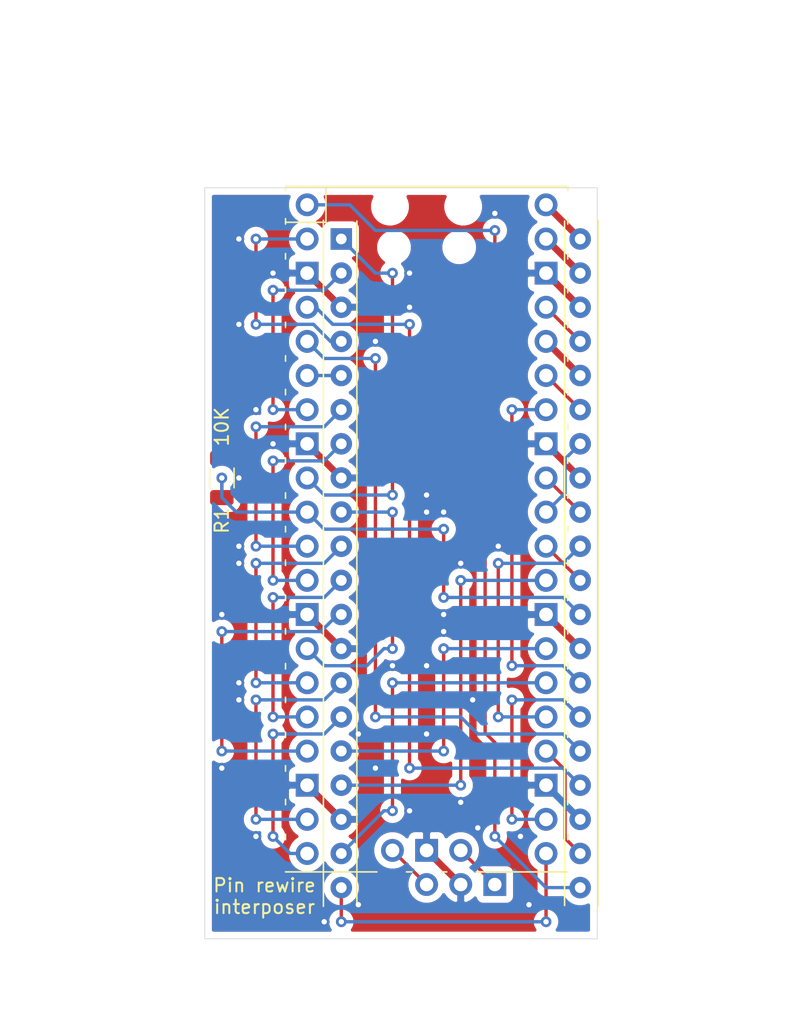
<source format=kicad_pcb>
(kicad_pcb (version 20171130) (host pcbnew "(5.1.9)-1")

  (general
    (thickness 1.6)
    (drawings 5)
    (tracks 219)
    (zones 0)
    (modules 4)
    (nets 36)
  )

  (page A4)
  (layers
    (0 F.Cu signal)
    (31 B.Cu signal)
    (32 B.Adhes user)
    (33 F.Adhes user)
    (34 B.Paste user)
    (35 F.Paste user)
    (36 B.SilkS user)
    (37 F.SilkS user)
    (38 B.Mask user)
    (39 F.Mask user)
    (40 Dwgs.User user)
    (41 Cmts.User user)
    (42 Eco1.User user)
    (43 Eco2.User user)
    (44 Edge.Cuts user)
    (45 Margin user)
    (46 B.CrtYd user)
    (47 F.CrtYd user)
    (48 B.Fab user)
    (49 F.Fab user)
  )

  (setup
    (last_trace_width 0.25)
    (user_trace_width 0.25)
    (user_trace_width 0.5)
    (user_trace_width 0.9)
    (user_trace_width 1)
    (user_trace_width 1.15)
    (user_trace_width 1.6)
    (user_trace_width 1.7)
    (user_trace_width 2)
    (trace_clearance 0.2)
    (zone_clearance 0.508)
    (zone_45_only no)
    (trace_min 0.2)
    (via_size 0.8)
    (via_drill 0.4)
    (via_min_size 0.4)
    (via_min_drill 0.3)
    (user_via 0.8 0.4)
    (user_via 1 0.6)
    (uvia_size 0.3)
    (uvia_drill 0.1)
    (uvias_allowed no)
    (uvia_min_size 0.2)
    (uvia_min_drill 0.1)
    (edge_width 0.05)
    (segment_width 0.2)
    (pcb_text_width 0.3)
    (pcb_text_size 1.5 1.5)
    (mod_edge_width 0.12)
    (mod_text_size 1 1)
    (mod_text_width 0.15)
    (pad_size 1.524 1.524)
    (pad_drill 0.762)
    (pad_to_mask_clearance 0)
    (aux_axis_origin 0 0)
    (visible_elements FFFFFF7F)
    (pcbplotparams
      (layerselection 0x010f0_ffffffff)
      (usegerberextensions false)
      (usegerberattributes true)
      (usegerberadvancedattributes true)
      (creategerberjobfile false)
      (excludeedgelayer true)
      (linewidth 0.100000)
      (plotframeref false)
      (viasonmask false)
      (mode 1)
      (useauxorigin false)
      (hpglpennumber 1)
      (hpglpenspeed 20)
      (hpglpendiameter 15.000000)
      (psnegative false)
      (psa4output false)
      (plotreference true)
      (plotvalue true)
      (plotinvisibletext false)
      (padsonsilk false)
      (subtractmaskfromsilk false)
      (outputformat 1)
      (mirror false)
      (drillshape 0)
      (scaleselection 1)
      (outputdirectory "Gerbers/"))
  )

  (net 0 "")
  (net 1 VBUS)
  (net 2 ~DACK~_3V3)
  (net 3 VSYS)
  (net 4 AEN_3V3)
  (net 5 GND)
  (net 6 3V3_EN)
  (net 7 A1_3V3)
  (net 8 +3V3)
  (net 9 A0_3V3)
  (net 10 ADC_VREF)
  (net 11 D7_3V3)
  (net 12 ~DRQ~_3V3)
  (net 13 D6_3V3)
  (net 14 ~IRQ~_3V3)
  (net 15 D5_3V3)
  (net 16 ~CS~_3V3)
  (net 17 D4_3V3)
  (net 18 RUN)
  (net 19 D3_3V3)
  (net 20 DATA_DIR)
  (net 21 D2_3V3)
  (net 22 ~RESET~_3V3)
  (net 23 D1_3V3)
  (net 24 ~IOR~_3V3)
  (net 25 D0_3V3)
  (net 26 SPI_TX)
  (net 27 SD1_CS)
  (net 28 SPI_SCK)
  (net 29 SD0_CS)
  (net 30 ~IOW~_3V3)
  (net 31 ~DRIVE_ACTIVE~_3V3)
  (net 32 SPI_RX)
  (net 33 CFG_DATA)
  (net 34 SWCLK)
  (net 35 SWDIO)

  (net_class Default "This is the default net class."
    (clearance 0.2)
    (trace_width 0.25)
    (via_dia 0.8)
    (via_drill 0.4)
    (uvia_dia 0.3)
    (uvia_drill 0.1)
    (add_net +3V3)
    (add_net 3V3_EN)
    (add_net A0_3V3)
    (add_net A1_3V3)
    (add_net ADC_VREF)
    (add_net AEN_3V3)
    (add_net CFG_DATA)
    (add_net D0_3V3)
    (add_net D1_3V3)
    (add_net D2_3V3)
    (add_net D3_3V3)
    (add_net D4_3V3)
    (add_net D5_3V3)
    (add_net D6_3V3)
    (add_net D7_3V3)
    (add_net DATA_DIR)
    (add_net GND)
    (add_net RUN)
    (add_net SD0_CS)
    (add_net SD1_CS)
    (add_net SPI_RX)
    (add_net SPI_SCK)
    (add_net SPI_TX)
    (add_net SWCLK)
    (add_net SWDIO)
    (add_net VBUS)
    (add_net VSYS)
    (add_net ~CS~_3V3)
    (add_net ~DACK~_3V3)
    (add_net ~DRIVE_ACTIVE~_3V3)
    (add_net ~DRQ~_3V3)
    (add_net ~IOR~_3V3)
    (add_net ~IOW~_3V3)
    (add_net ~IRQ~_3V3)
    (add_net ~RESET~_3V3)
  )

  (module Connector_PinHeader_2.54mm:PinHeader_1x03_P2.54mm_Vertical (layer F.Cu) (tedit 617EB16E) (tstamp 617ECD93)
    (at 148.59 161.06 270)
    (descr "Through hole straight pin header, 1x03, 2.54mm pitch, single row")
    (tags "Through hole pin header THT 1x03 2.54mm single row")
    (path /618A1B3C)
    (fp_text reference J2 (at 0 -2.33 90) (layer F.SilkS) hide
      (effects (font (size 1 1) (thickness 0.15)))
    )
    (fp_text value Conn_01x03 (at 0 7.41 90) (layer F.Fab)
      (effects (font (size 1 1) (thickness 0.15)))
    )
    (fp_text user %R (at 0 2.54) (layer F.Fab)
      (effects (font (size 1 1) (thickness 0.15)))
    )
    (pad 3 thru_hole oval (at 0 5.08 270) (size 1.7 1.7) (drill 1) (layers *.Cu *.Mask)
      (net 34 SWCLK))
    (pad 2 thru_hole oval (at 0 2.54 270) (size 1.7 1.7) (drill 1) (layers *.Cu *.Mask)
      (net 5 GND))
    (pad 1 thru_hole rect (at 0 0 270) (size 1.7 1.7) (drill 1) (layers *.Cu *.Mask)
      (net 35 SWDIO))
    (model ${KISYS3DMOD}/Connector_PinHeader_2.54mm.3dshapes/PinHeader_1x03_P2.54mm_Vertical.wrl
      (at (xyz 0 0 0))
      (scale (xyz 1 1 1))
      (rotate (xyz 0 0 0))
    )
  )

  (module Resistor_SMD:R_1206_3216Metric (layer F.Cu) (tedit 617EB128) (tstamp 617EB239)
    (at 128.27 130.81 90)
    (descr "Resistor SMD 1206 (3216 Metric), square (rectangular) end terminal, IPC_7351 nominal, (Body size source: IPC-SM-782 page 72, https://www.pcb-3d.com/wordpress/wp-content/uploads/ipc-sm-782a_amendment_1_and_2.pdf), generated with kicad-footprint-generator")
    (tags resistor)
    (path /61942954)
    (attr smd)
    (fp_text reference R1 (at -3.175 0 90) (layer F.SilkS)
      (effects (font (size 1 1) (thickness 0.15)))
    )
    (fp_text value 10K (at 0 1.82 90) (layer F.Fab)
      (effects (font (size 1 1) (thickness 0.15)))
    )
    (fp_text user %R (at 0 0 90) (layer F.Fab)
      (effects (font (size 0.8 0.8) (thickness 0.12)))
    )
    (fp_line (start -1.6 0.8) (end -1.6 -0.8) (layer F.Fab) (width 0.1))
    (fp_line (start -1.6 -0.8) (end 1.6 -0.8) (layer F.Fab) (width 0.1))
    (fp_line (start 1.6 -0.8) (end 1.6 0.8) (layer F.Fab) (width 0.1))
    (fp_line (start 1.6 0.8) (end -1.6 0.8) (layer F.Fab) (width 0.1))
    (fp_line (start -0.727064 -0.91) (end 0.727064 -0.91) (layer F.SilkS) (width 0.12))
    (fp_line (start -0.727064 0.91) (end 0.727064 0.91) (layer F.SilkS) (width 0.12))
    (fp_line (start -2.28 1.12) (end -2.28 -1.12) (layer F.CrtYd) (width 0.05))
    (fp_line (start -2.28 -1.12) (end 2.28 -1.12) (layer F.CrtYd) (width 0.05))
    (fp_line (start 2.28 -1.12) (end 2.28 1.12) (layer F.CrtYd) (width 0.05))
    (fp_line (start 2.28 1.12) (end -2.28 1.12) (layer F.CrtYd) (width 0.05))
    (fp_text user %V (at 3.81 0 90) (layer F.SilkS)
      (effects (font (size 1 1) (thickness 0.15)))
    )
    (pad 2 smd roundrect (at 1.4625 0 90) (size 1.125 1.75) (layers F.Cu F.Paste F.Mask) (roundrect_rratio 0.2222213333333333)
      (net 5 GND))
    (pad 1 smd roundrect (at -1.4625 0 90) (size 1.125 1.75) (layers F.Cu F.Paste F.Mask) (roundrect_rratio 0.2222213333333333)
      (net 20 DATA_DIR))
    (model ${KISYS3DMOD}/Resistor_SMD.3dshapes/R_1206_3216Metric.wrl
      (at (xyz 0 0 0))
      (scale (xyz 1 1 1))
      (rotate (xyz 0 0 0))
    )
  )

  (module Pico:RPi_Pico_SMD_TH (layer F.Cu) (tedit 617EA94B) (tstamp 617EB2FF)
    (at 143.51 134.62)
    (descr "Through hole straight pin header, 2x20, 2.54mm pitch, double rows")
    (tags "Through hole pin header THT 2x20 2.54mm double row")
    (path /616E2BFC)
    (fp_text reference U5 (at 0 0) (layer F.SilkS) hide
      (effects (font (size 1 1) (thickness 0.15)))
    )
    (fp_text value "Raspberry Pi Pico" (at 0 2.159) (layer F.Fab)
      (effects (font (size 1 1) (thickness 0.15)))
    )
    (fp_text user "Copper Keepouts shown on Dwgs layer" (at 0.1 -30.2) (layer Cmts.User)
      (effects (font (size 1 1) (thickness 0.15)))
    )
    (fp_text user %R (at 0 0 180) (layer F.Fab) hide
      (effects (font (size 1 1) (thickness 0.15)))
    )
    (fp_line (start 1.1 25.5) (end 1.5 25.5) (layer F.SilkS) (width 0.12))
    (fp_line (start -1.5 25.5) (end -1.1 25.5) (layer F.SilkS) (width 0.12))
    (fp_line (start 10.5 25.5) (end 3.7 25.5) (layer F.SilkS) (width 0.12))
    (fp_line (start 10.5 15.1) (end 10.5 15.5) (layer F.SilkS) (width 0.12))
    (fp_line (start 10.5 7.4) (end 10.5 7.8) (layer F.SilkS) (width 0.12))
    (fp_line (start 10.5 -18) (end 10.5 -17.6) (layer F.SilkS) (width 0.12))
    (fp_line (start 10.5 -25.5) (end 10.5 -25.2) (layer F.SilkS) (width 0.12))
    (fp_line (start 10.5 -2.7) (end 10.5 -2.3) (layer F.SilkS) (width 0.12))
    (fp_line (start 10.5 12.5) (end 10.5 12.9) (layer F.SilkS) (width 0.12))
    (fp_line (start 10.5 -7.8) (end 10.5 -7.4) (layer F.SilkS) (width 0.12))
    (fp_line (start 10.5 -12.9) (end 10.5 -12.5) (layer F.SilkS) (width 0.12))
    (fp_line (start 10.5 -0.2) (end 10.5 0.2) (layer F.SilkS) (width 0.12))
    (fp_line (start 10.5 4.9) (end 10.5 5.3) (layer F.SilkS) (width 0.12))
    (fp_line (start 10.5 20.1) (end 10.5 20.5) (layer F.SilkS) (width 0.12))
    (fp_line (start 10.5 22.7) (end 10.5 23.1) (layer F.SilkS) (width 0.12))
    (fp_line (start 10.5 17.6) (end 10.5 18) (layer F.SilkS) (width 0.12))
    (fp_line (start 10.5 -15.4) (end 10.5 -15) (layer F.SilkS) (width 0.12))
    (fp_line (start 10.5 -23.1) (end 10.5 -22.7) (layer F.SilkS) (width 0.12))
    (fp_line (start 10.5 -20.5) (end 10.5 -20.1) (layer F.SilkS) (width 0.12))
    (fp_line (start 10.5 10) (end 10.5 10.4) (layer F.SilkS) (width 0.12))
    (fp_line (start 10.5 2.3) (end 10.5 2.7) (layer F.SilkS) (width 0.12))
    (fp_line (start 10.5 -5.3) (end 10.5 -4.9) (layer F.SilkS) (width 0.12))
    (fp_line (start 10.5 -10.4) (end 10.5 -10) (layer F.SilkS) (width 0.12))
    (fp_line (start -10.5 22.7) (end -10.5 23.1) (layer F.SilkS) (width 0.12))
    (fp_line (start -10.5 20.1) (end -10.5 20.5) (layer F.SilkS) (width 0.12))
    (fp_line (start -10.5 17.6) (end -10.5 18) (layer F.SilkS) (width 0.12))
    (fp_line (start -10.5 15.1) (end -10.5 15.5) (layer F.SilkS) (width 0.12))
    (fp_line (start -10.5 12.5) (end -10.5 12.9) (layer F.SilkS) (width 0.12))
    (fp_line (start -10.5 10) (end -10.5 10.4) (layer F.SilkS) (width 0.12))
    (fp_line (start -10.5 7.4) (end -10.5 7.8) (layer F.SilkS) (width 0.12))
    (fp_line (start -10.5 4.9) (end -10.5 5.3) (layer F.SilkS) (width 0.12))
    (fp_line (start -10.5 2.3) (end -10.5 2.7) (layer F.SilkS) (width 0.12))
    (fp_line (start -10.5 -0.2) (end -10.5 0.2) (layer F.SilkS) (width 0.12))
    (fp_line (start -10.5 -2.7) (end -10.5 -2.3) (layer F.SilkS) (width 0.12))
    (fp_line (start -10.5 -5.3) (end -10.5 -4.9) (layer F.SilkS) (width 0.12))
    (fp_line (start -10.5 -7.8) (end -10.5 -7.4) (layer F.SilkS) (width 0.12))
    (fp_line (start -10.5 -10.4) (end -10.5 -10) (layer F.SilkS) (width 0.12))
    (fp_line (start -10.5 -12.9) (end -10.5 -12.5) (layer F.SilkS) (width 0.12))
    (fp_line (start -10.5 -15.4) (end -10.5 -15) (layer F.SilkS) (width 0.12))
    (fp_line (start -10.5 -18) (end -10.5 -17.6) (layer F.SilkS) (width 0.12))
    (fp_line (start -10.5 -20.5) (end -10.5 -20.1) (layer F.SilkS) (width 0.12))
    (fp_line (start -10.5 -23.1) (end -10.5 -22.7) (layer F.SilkS) (width 0.12))
    (fp_line (start -10.5 -25.5) (end -10.5 -25.2) (layer F.SilkS) (width 0.12))
    (fp_line (start -7.493 -22.833) (end -7.493 -25.5) (layer F.SilkS) (width 0.12))
    (fp_line (start -10.5 -22.833) (end -7.493 -22.833) (layer F.SilkS) (width 0.12))
    (fp_line (start -3.7 25.5) (end -10.5 25.5) (layer F.SilkS) (width 0.12))
    (fp_line (start -10.5 -25.5) (end 10.5 -25.5) (layer F.SilkS) (width 0.12))
    (fp_line (start -11 26) (end -11 -26) (layer F.CrtYd) (width 0.12))
    (fp_line (start 11 26) (end -11 26) (layer F.CrtYd) (width 0.12))
    (fp_line (start 11 -26) (end 11 26) (layer F.CrtYd) (width 0.12))
    (fp_line (start -11 -26) (end 11 -26) (layer F.CrtYd) (width 0.12))
    (fp_line (start -10.5 -24.2) (end -9.2 -25.5) (layer F.Fab) (width 0.12))
    (fp_line (start -10.5 25.5) (end -10.5 -25.5) (layer F.Fab) (width 0.12))
    (fp_line (start 10.5 25.5) (end -10.5 25.5) (layer F.Fab) (width 0.12))
    (fp_line (start 10.5 -25.5) (end 10.5 25.5) (layer F.Fab) (width 0.12))
    (fp_line (start -10.5 -25.5) (end 10.5 -25.5) (layer F.Fab) (width 0.12))
    (fp_poly (pts (xy -1.5 -16.5) (xy -3.5 -16.5) (xy -3.5 -18.5) (xy -1.5 -18.5)) (layer Dwgs.User) (width 0.1))
    (fp_poly (pts (xy -1.5 -14) (xy -3.5 -14) (xy -3.5 -16) (xy -1.5 -16)) (layer Dwgs.User) (width 0.1))
    (fp_poly (pts (xy -1.5 -11.5) (xy -3.5 -11.5) (xy -3.5 -13.5) (xy -1.5 -13.5)) (layer Dwgs.User) (width 0.1))
    (fp_poly (pts (xy 3.7 -20.2) (xy -3.7 -20.2) (xy -3.7 -24.9) (xy 3.7 -24.9)) (layer Dwgs.User) (width 0.1))
    (pad 43 thru_hole oval (at 2.54 23.9) (size 1.7 1.7) (drill 1.02) (layers *.Cu *.Mask)
      (net 35 SWDIO))
    (pad 42 thru_hole rect (at 0 23.9) (size 1.7 1.7) (drill 1.02) (layers *.Cu *.Mask)
      (net 5 GND))
    (pad 41 thru_hole oval (at -2.54 23.9) (size 1.7 1.7) (drill 1.02) (layers *.Cu *.Mask)
      (net 34 SWCLK))
    (pad "" np_thru_hole oval (at 2.425 -20.97) (size 1.5 1.5) (drill 1.5) (layers *.Cu *.Mask))
    (pad "" np_thru_hole oval (at -2.425 -20.97) (size 1.5 1.5) (drill 1.5) (layers *.Cu *.Mask))
    (pad "" np_thru_hole oval (at 2.725 -24) (size 1.8 1.8) (drill 1.8) (layers *.Cu *.Mask))
    (pad "" np_thru_hole oval (at -2.725 -24) (size 1.8 1.8) (drill 1.8) (layers *.Cu *.Mask))
    (pad 40 thru_hole oval (at 8.89 -24.13) (size 1.7 1.7) (drill 1.02) (layers *.Cu *.Mask)
      (net 1 VBUS))
    (pad 39 thru_hole oval (at 8.89 -21.59) (size 1.7 1.7) (drill 1.02) (layers *.Cu *.Mask)
      (net 3 VSYS))
    (pad 38 thru_hole rect (at 8.89 -19.05) (size 1.7 1.7) (drill 1.02) (layers *.Cu *.Mask)
      (net 5 GND))
    (pad 37 thru_hole oval (at 8.89 -16.51) (size 1.7 1.7) (drill 1.02) (layers *.Cu *.Mask)
      (net 6 3V3_EN))
    (pad 36 thru_hole oval (at 8.89 -13.97) (size 1.7 1.7) (drill 1.02) (layers *.Cu *.Mask)
      (net 8 +3V3))
    (pad 35 thru_hole oval (at 8.89 -11.43) (size 1.7 1.7) (drill 1.02) (layers *.Cu *.Mask)
      (net 10 ADC_VREF))
    (pad 34 thru_hole oval (at 8.89 -8.89) (size 1.7 1.7) (drill 1.02) (layers *.Cu *.Mask)
      (net 22 ~RESET~_3V3))
    (pad 33 thru_hole rect (at 8.89 -6.35) (size 1.7 1.7) (drill 1.02) (layers *.Cu *.Mask)
      (net 5 GND))
    (pad 32 thru_hole oval (at 8.89 -3.81) (size 1.7 1.7) (drill 1.02) (layers *.Cu *.Mask)
      (net 14 ~IRQ~_3V3))
    (pad 31 thru_hole oval (at 8.89 -1.27) (size 1.7 1.7) (drill 1.02) (layers *.Cu *.Mask)
      (net 12 ~DRQ~_3V3))
    (pad 30 thru_hole oval (at 8.89 1.27) (size 1.7 1.7) (drill 1.02) (layers *.Cu *.Mask)
      (net 18 RUN))
    (pad 29 thru_hole oval (at 8.89 3.81) (size 1.7 1.7) (drill 1.02) (layers *.Cu *.Mask)
      (net 7 A1_3V3))
    (pad 28 thru_hole rect (at 8.89 6.35) (size 1.7 1.7) (drill 1.02) (layers *.Cu *.Mask)
      (net 5 GND))
    (pad 27 thru_hole oval (at 8.89 8.89) (size 1.7 1.7) (drill 1.02) (layers *.Cu *.Mask)
      (net 9 A0_3V3))
    (pad 26 thru_hole oval (at 8.89 11.43) (size 1.7 1.7) (drill 1.02) (layers *.Cu *.Mask)
      (net 4 AEN_3V3))
    (pad 25 thru_hole oval (at 8.89 13.97) (size 1.7 1.7) (drill 1.02) (layers *.Cu *.Mask)
      (net 16 ~CS~_3V3))
    (pad 24 thru_hole oval (at 8.89 16.51) (size 1.7 1.7) (drill 1.02) (layers *.Cu *.Mask)
      (net 30 ~IOW~_3V3))
    (pad 23 thru_hole rect (at 8.89 19.05) (size 1.7 1.7) (drill 1.02) (layers *.Cu *.Mask)
      (net 5 GND))
    (pad 22 thru_hole oval (at 8.89 21.59) (size 1.7 1.7) (drill 1.02) (layers *.Cu *.Mask)
      (net 24 ~IOR~_3V3))
    (pad 21 thru_hole oval (at 8.89 24.13) (size 1.7 1.7) (drill 1.02) (layers *.Cu *.Mask)
      (net 2 ~DACK~_3V3))
    (pad 20 thru_hole oval (at -8.89 24.13) (size 1.7 1.7) (drill 1.02) (layers *.Cu *.Mask)
      (net 11 D7_3V3))
    (pad 19 thru_hole oval (at -8.89 21.59) (size 1.7 1.7) (drill 1.02) (layers *.Cu *.Mask)
      (net 13 D6_3V3))
    (pad 18 thru_hole rect (at -8.89 19.05) (size 1.7 1.7) (drill 1.02) (layers *.Cu *.Mask)
      (net 5 GND))
    (pad 17 thru_hole oval (at -8.89 16.51) (size 1.7 1.7) (drill 1.02) (layers *.Cu *.Mask)
      (net 15 D5_3V3))
    (pad 16 thru_hole oval (at -8.89 13.97) (size 1.7 1.7) (drill 1.02) (layers *.Cu *.Mask)
      (net 17 D4_3V3))
    (pad 15 thru_hole oval (at -8.89 11.43) (size 1.7 1.7) (drill 1.02) (layers *.Cu *.Mask)
      (net 19 D3_3V3))
    (pad 14 thru_hole oval (at -8.89 8.89) (size 1.7 1.7) (drill 1.02) (layers *.Cu *.Mask)
      (net 21 D2_3V3))
    (pad 13 thru_hole rect (at -8.89 6.35) (size 1.7 1.7) (drill 1.02) (layers *.Cu *.Mask)
      (net 5 GND))
    (pad 12 thru_hole oval (at -8.89 3.81) (size 1.7 1.7) (drill 1.02) (layers *.Cu *.Mask)
      (net 23 D1_3V3))
    (pad 11 thru_hole oval (at -8.89 1.27) (size 1.7 1.7) (drill 1.02) (layers *.Cu *.Mask)
      (net 25 D0_3V3))
    (pad 10 thru_hole oval (at -8.89 -1.27) (size 1.7 1.7) (drill 1.02) (layers *.Cu *.Mask)
      (net 20 DATA_DIR))
    (pad 9 thru_hole oval (at -8.89 -3.81) (size 1.7 1.7) (drill 1.02) (layers *.Cu *.Mask)
      (net 33 CFG_DATA))
    (pad 8 thru_hole rect (at -8.89 -6.35) (size 1.7 1.7) (drill 1.02) (layers *.Cu *.Mask)
      (net 5 GND))
    (pad 7 thru_hole oval (at -8.89 -8.89) (size 1.7 1.7) (drill 1.02) (layers *.Cu *.Mask)
      (net 31 ~DRIVE_ACTIVE~_3V3))
    (pad 6 thru_hole oval (at -8.89 -11.43) (size 1.7 1.7) (drill 1.02) (layers *.Cu *.Mask)
      (net 27 SD1_CS))
    (pad 5 thru_hole oval (at -8.89 -13.97) (size 1.7 1.7) (drill 1.02) (layers *.Cu *.Mask)
      (net 26 SPI_TX))
    (pad 4 thru_hole oval (at -8.89 -16.51) (size 1.7 1.7) (drill 1.02) (layers *.Cu *.Mask)
      (net 28 SPI_SCK))
    (pad 3 thru_hole rect (at -8.89 -19.05) (size 1.7 1.7) (drill 1.02) (layers *.Cu *.Mask)
      (net 5 GND))
    (pad 2 thru_hole oval (at -8.89 -21.59) (size 1.7 1.7) (drill 1.02) (layers *.Cu *.Mask)
      (net 29 SD0_CS))
    (pad 1 thru_hole oval (at -8.89 -24.13) (size 1.7 1.7) (drill 1.02) (layers *.Cu *.Mask)
      (net 32 SPI_RX))
  )

  (module Package_DIP:DIP-40_W15.24mm_Socket (layer F.Cu) (tedit 617EA89C) (tstamp 617EB211)
    (at 137.16 113.03)
    (descr "40-lead though-hole mounted DIP package, row spacing 15.24 mm (600 mils), Socket")
    (tags "THT DIP DIL PDIP 2.54mm 15.24mm 600mil Socket")
    (path /617F5D95)
    (fp_text reference J1 (at 7.62 -2.33) (layer F.SilkS) hide
      (effects (font (size 1 1) (thickness 0.15)))
    )
    (fp_text value Header (at 7.62 50.59) (layer F.Fab)
      (effects (font (size 1 1) (thickness 0.15)))
    )
    (fp_text user %R (at 7.62 24.13) (layer F.Fab)
      (effects (font (size 1 1) (thickness 0.15)))
    )
    (fp_line (start 1.16 -1.33) (end 1.16 49.59) (layer F.SilkS) (width 0.12))
    (fp_line (start 16.62 49.59) (end 16.62 -1.33) (layer F.SilkS) (width 0.12))
    (fp_line (start -1.33 -1.39) (end -1.33 49.65) (layer F.SilkS) (width 0.12))
    (fp_line (start 19.11 49.65) (end 19.11 -1.39) (layer F.SilkS) (width 0.12))
    (pad 40 thru_hole oval (at 17.78 0) (size 1.6 1.6) (drill 0.8) (layers *.Cu *.Mask)
      (net 1 VBUS))
    (pad 20 thru_hole oval (at 0 48.26) (size 1.6 1.6) (drill 0.8) (layers *.Cu *.Mask)
      (net 2 ~DACK~_3V3))
    (pad 39 thru_hole oval (at 17.78 2.54) (size 1.6 1.6) (drill 0.8) (layers *.Cu *.Mask)
      (net 3 VSYS))
    (pad 19 thru_hole oval (at 0 45.72) (size 1.6 1.6) (drill 0.8) (layers *.Cu *.Mask)
      (net 4 AEN_3V3))
    (pad 38 thru_hole oval (at 17.78 5.08) (size 1.6 1.6) (drill 0.8) (layers *.Cu *.Mask)
      (net 5 GND))
    (pad 18 thru_hole oval (at 0 43.18) (size 1.6 1.6) (drill 0.8) (layers *.Cu *.Mask)
      (net 5 GND))
    (pad 37 thru_hole oval (at 17.78 7.62) (size 1.6 1.6) (drill 0.8) (layers *.Cu *.Mask)
      (net 6 3V3_EN))
    (pad 17 thru_hole oval (at 0 40.64) (size 1.6 1.6) (drill 0.8) (layers *.Cu *.Mask)
      (net 7 A1_3V3))
    (pad 36 thru_hole oval (at 17.78 10.16) (size 1.6 1.6) (drill 0.8) (layers *.Cu *.Mask)
      (net 8 +3V3))
    (pad 16 thru_hole oval (at 0 38.1) (size 1.6 1.6) (drill 0.8) (layers *.Cu *.Mask)
      (net 9 A0_3V3))
    (pad 35 thru_hole oval (at 17.78 12.7) (size 1.6 1.6) (drill 0.8) (layers *.Cu *.Mask)
      (net 10 ADC_VREF))
    (pad 15 thru_hole oval (at 0 35.56) (size 1.6 1.6) (drill 0.8) (layers *.Cu *.Mask)
      (net 11 D7_3V3))
    (pad 34 thru_hole oval (at 17.78 15.24) (size 1.6 1.6) (drill 0.8) (layers *.Cu *.Mask)
      (net 12 ~DRQ~_3V3))
    (pad 14 thru_hole oval (at 0 33.02) (size 1.6 1.6) (drill 0.8) (layers *.Cu *.Mask)
      (net 13 D6_3V3))
    (pad 33 thru_hole oval (at 17.78 17.78) (size 1.6 1.6) (drill 0.8) (layers *.Cu *.Mask)
      (net 5 GND))
    (pad 13 thru_hole oval (at 0 30.48) (size 1.6 1.6) (drill 0.8) (layers *.Cu *.Mask)
      (net 5 GND))
    (pad 32 thru_hole oval (at 17.78 20.32) (size 1.6 1.6) (drill 0.8) (layers *.Cu *.Mask)
      (net 14 ~IRQ~_3V3))
    (pad 12 thru_hole oval (at 0 27.94) (size 1.6 1.6) (drill 0.8) (layers *.Cu *.Mask)
      (net 15 D5_3V3))
    (pad 31 thru_hole oval (at 17.78 22.86) (size 1.6 1.6) (drill 0.8) (layers *.Cu *.Mask)
      (net 16 ~CS~_3V3))
    (pad 11 thru_hole oval (at 0 25.4) (size 1.6 1.6) (drill 0.8) (layers *.Cu *.Mask)
      (net 17 D4_3V3))
    (pad 30 thru_hole oval (at 17.78 25.4) (size 1.6 1.6) (drill 0.8) (layers *.Cu *.Mask)
      (net 18 RUN))
    (pad 10 thru_hole oval (at 0 22.86) (size 1.6 1.6) (drill 0.8) (layers *.Cu *.Mask)
      (net 19 D3_3V3))
    (pad 29 thru_hole oval (at 17.78 27.94) (size 1.6 1.6) (drill 0.8) (layers *.Cu *.Mask)
      (net 20 DATA_DIR))
    (pad 9 thru_hole oval (at 0 20.32) (size 1.6 1.6) (drill 0.8) (layers *.Cu *.Mask)
      (net 21 D2_3V3))
    (pad 28 thru_hole oval (at 17.78 30.48) (size 1.6 1.6) (drill 0.8) (layers *.Cu *.Mask)
      (net 5 GND))
    (pad 8 thru_hole oval (at 0 17.78) (size 1.6 1.6) (drill 0.8) (layers *.Cu *.Mask)
      (net 5 GND))
    (pad 27 thru_hole oval (at 17.78 33.02) (size 1.6 1.6) (drill 0.8) (layers *.Cu *.Mask)
      (net 22 ~RESET~_3V3))
    (pad 7 thru_hole oval (at 0 15.24) (size 1.6 1.6) (drill 0.8) (layers *.Cu *.Mask)
      (net 23 D1_3V3))
    (pad 26 thru_hole oval (at 17.78 35.56) (size 1.6 1.6) (drill 0.8) (layers *.Cu *.Mask)
      (net 24 ~IOR~_3V3))
    (pad 6 thru_hole oval (at 0 12.7) (size 1.6 1.6) (drill 0.8) (layers *.Cu *.Mask)
      (net 25 D0_3V3))
    (pad 25 thru_hole oval (at 17.78 38.1) (size 1.6 1.6) (drill 0.8) (layers *.Cu *.Mask)
      (net 26 SPI_TX))
    (pad 5 thru_hole oval (at 0 10.16) (size 1.6 1.6) (drill 0.8) (layers *.Cu *.Mask)
      (net 27 SD1_CS))
    (pad 24 thru_hole oval (at 17.78 40.64) (size 1.6 1.6) (drill 0.8) (layers *.Cu *.Mask)
      (net 28 SPI_SCK))
    (pad 4 thru_hole oval (at 0 7.62) (size 1.6 1.6) (drill 0.8) (layers *.Cu *.Mask)
      (net 29 SD0_CS))
    (pad 23 thru_hole oval (at 17.78 43.18) (size 1.6 1.6) (drill 0.8) (layers *.Cu *.Mask)
      (net 5 GND))
    (pad 3 thru_hole oval (at 0 5.08) (size 1.6 1.6) (drill 0.8) (layers *.Cu *.Mask)
      (net 5 GND))
    (pad 22 thru_hole oval (at 17.78 45.72) (size 1.6 1.6) (drill 0.8) (layers *.Cu *.Mask)
      (net 30 ~IOW~_3V3))
    (pad 2 thru_hole oval (at 0 2.54) (size 1.6 1.6) (drill 0.8) (layers *.Cu *.Mask)
      (net 31 ~DRIVE_ACTIVE~_3V3))
    (pad 21 thru_hole oval (at 17.78 48.26) (size 1.6 1.6) (drill 0.8) (layers *.Cu *.Mask)
      (net 32 SPI_RX))
    (pad 1 thru_hole rect (at 0 0) (size 1.6 1.6) (drill 0.8) (layers *.Cu *.Mask)
      (net 33 CFG_DATA))
    (model ${KISYS3DMOD}/Package_DIP.3dshapes/DIP-40_W15.24mm_Socket.wrl
      (at (xyz 0 0 0))
      (scale (xyz 1 1 1))
      (rotate (xyz 0 0 0))
    )
  )

  (gr_text "Pin rewire\ninterposer" (at 131.445 161.925) (layer F.SilkS)
    (effects (font (size 1 1) (thickness 0.15)))
  )
  (gr_line (start 156.21 165.1) (end 127 165.1) (layer Edge.Cuts) (width 0.05) (tstamp 617EF6DB))
  (gr_line (start 156.21 109.22) (end 156.21 165.1) (layer Edge.Cuts) (width 0.05))
  (gr_line (start 127 109.22) (end 156.21 109.22) (layer Edge.Cuts) (width 0.05))
  (gr_line (start 127 165.1) (end 127 109.22) (layer Edge.Cuts) (width 0.05))

  (segment (start 152.4 110.49) (end 154.94 113.03) (width 0.5) (layer F.Cu) (net 1))
  (segment (start 139.7 163.83) (end 149.86 163.83) (width 0.25) (layer B.Cu) (net 2))
  (segment (start 149.86 163.83) (end 152.4 163.83) (width 0.25) (layer B.Cu) (net 2))
  (via (at 152.4 163.83) (size 0.8) (drill 0.4) (layers F.Cu B.Cu) (net 2))
  (segment (start 152.4 163.83) (end 152.4 158.75) (width 0.25) (layer F.Cu) (net 2))
  (via (at 137.16 163.83) (size 0.8) (drill 0.4) (layers F.Cu B.Cu) (net 2))
  (segment (start 139.7 163.83) (end 137.16 163.83) (width 0.25) (layer B.Cu) (net 2))
  (segment (start 137.16 163.83) (end 137.16 161.29) (width 0.25) (layer F.Cu) (net 2))
  (segment (start 152.4 113.03) (end 154.94 115.57) (width 0.5) (layer F.Cu) (net 3))
  (via (at 140.97 155.575) (size 0.8) (drill 0.4) (layers F.Cu B.Cu) (net 4))
  (segment (start 140.335 155.575) (end 140.97 155.575) (width 0.25) (layer B.Cu) (net 4))
  (segment (start 137.16 158.75) (end 140.335 155.575) (width 0.25) (layer B.Cu) (net 4))
  (via (at 140.97 146.05) (size 0.8) (drill 0.4) (layers F.Cu B.Cu) (net 4))
  (segment (start 140.97 155.575) (end 140.97 146.05) (width 0.25) (layer F.Cu) (net 4))
  (segment (start 140.97 146.05) (end 152.4 146.05) (width 0.25) (layer B.Cu) (net 4))
  (segment (start 143.51 158.52) (end 143.51 158.75) (width 0.25) (layer F.Cu) (net 5))
  (segment (start 152.4 115.57) (end 154.94 118.11) (width 0.5) (layer F.Cu) (net 5))
  (segment (start 152.4 128.27) (end 154.94 130.81) (width 0.5) (layer F.Cu) (net 5))
  (segment (start 152.4 140.97) (end 154.94 143.51) (width 0.5) (layer F.Cu) (net 5))
  (segment (start 152.4 153.67) (end 154.94 156.21) (width 0.5) (layer B.Cu) (net 5))
  (segment (start 143.51 158.52) (end 146.05 161.06) (width 0.5) (layer F.Cu) (net 5))
  (segment (start 134.62 153.67) (end 137.16 156.21) (width 0.5) (layer F.Cu) (net 5))
  (segment (start 134.62 140.97) (end 137.16 143.51) (width 0.5) (layer F.Cu) (net 5))
  (segment (start 134.62 115.57) (end 137.16 118.11) (width 0.5) (layer F.Cu) (net 5))
  (segment (start 134.62 128.27) (end 137.16 130.81) (width 0.5) (layer F.Cu) (net 5))
  (via (at 129.54 146.05) (size 0.8) (drill 0.4) (layers F.Cu B.Cu) (net 5))
  (via (at 129.54 147.32) (size 0.8) (drill 0.4) (layers F.Cu B.Cu) (net 5))
  (via (at 128.27 152.4) (size 0.8) (drill 0.4) (layers F.Cu B.Cu) (net 5))
  (via (at 128.27 140.97) (size 0.8) (drill 0.4) (layers F.Cu B.Cu) (net 5))
  (via (at 130.81 157.48) (size 0.8) (drill 0.4) (layers F.Cu B.Cu) (net 5))
  (via (at 129.54 135.89) (size 0.8) (drill 0.4) (layers F.Cu B.Cu) (net 5))
  (via (at 129.54 137.16) (size 0.8) (drill 0.4) (layers F.Cu B.Cu) (net 5))
  (via (at 132.08 128.27) (size 0.8) (drill 0.4) (layers F.Cu B.Cu) (net 5))
  (via (at 146.05 154.94) (size 0.8) (drill 0.4) (layers F.Cu B.Cu) (net 5))
  (via (at 142.24 155.575) (size 0.8) (drill 0.4) (layers F.Cu B.Cu) (net 5))
  (via (at 144.78 142.24) (size 0.8) (drill 0.4) (layers F.Cu B.Cu) (net 5))
  (via (at 144.78 140.97) (size 0.8) (drill 0.4) (layers F.Cu B.Cu) (net 5))
  (via (at 146.05 137.16) (size 0.8) (drill 0.4) (layers F.Cu B.Cu) (net 5))
  (via (at 144.78 133.35) (size 0.8) (drill 0.4) (layers F.Cu B.Cu) (net 5))
  (via (at 142.24 115.57) (size 0.8) (drill 0.4) (layers F.Cu B.Cu) (net 5))
  (via (at 135.89 163.83) (size 0.8) (drill 0.4) (layers F.Cu B.Cu) (net 5))
  (via (at 132.08 115.57) (size 0.8) (drill 0.4) (layers F.Cu B.Cu) (net 5))
  (via (at 129.54 113.03) (size 0.8) (drill 0.4) (layers F.Cu B.Cu) (net 5))
  (via (at 129.54 119.38) (size 0.8) (drill 0.4) (layers F.Cu B.Cu) (net 5))
  (via (at 130.81 125.73) (size 0.8) (drill 0.4) (layers F.Cu B.Cu) (net 5))
  (via (at 139.7 120.65) (size 0.8) (drill 0.4) (layers F.Cu B.Cu) (net 5))
  (via (at 142.24 118.11) (size 0.8) (drill 0.4) (layers F.Cu B.Cu) (net 5))
  (via (at 148.59 111.125) (size 0.8) (drill 0.4) (layers F.Cu B.Cu) (net 5))
  (via (at 138.43 149.86) (size 0.8) (drill 0.4) (layers F.Cu B.Cu) (net 5))
  (via (at 143.51 149.86) (size 0.8) (drill 0.4) (layers F.Cu B.Cu) (net 5))
  (via (at 139.7 152.4) (size 0.8) (drill 0.4) (layers F.Cu B.Cu) (net 5))
  (via (at 140.97 144.78) (size 0.8) (drill 0.4) (layers F.Cu B.Cu) (net 5))
  (via (at 147.32 156.845) (size 0.8) (drill 0.4) (layers F.Cu B.Cu) (net 5))
  (via (at 150.495 157.48) (size 0.8) (drill 0.4) (layers F.Cu B.Cu) (net 5))
  (via (at 146.939 147.32) (size 0.8) (drill 0.4) (layers F.Cu B.Cu) (net 5))
  (via (at 148.844 135.89) (size 0.8) (drill 0.4) (layers F.Cu B.Cu) (net 5))
  (via (at 143.51 132.08) (size 0.8) (drill 0.4) (layers F.Cu B.Cu) (net 5))
  (via (at 143.51 133.35) (size 0.8) (drill 0.4) (layers F.Cu B.Cu) (net 5))
  (via (at 151.13 162.56) (size 0.8) (drill 0.4) (layers F.Cu B.Cu) (net 5))
  (via (at 129.54 130.81) (size 0.8) (drill 0.4) (layers F.Cu B.Cu) (net 5))
  (via (at 138.43 162.56) (size 0.8) (drill 0.4) (layers F.Cu B.Cu) (net 5) (tstamp 617F2343))
  (via (at 143.51 144.78) (size 0.8) (drill 0.4) (layers F.Cu B.Cu) (net 5) (tstamp 617F252A))
  (segment (start 152.4 118.11) (end 154.94 120.65) (width 0.25) (layer F.Cu) (net 6))
  (via (at 146.05 153.67) (size 0.8) (drill 0.4) (layers F.Cu B.Cu) (net 7))
  (segment (start 137.16 153.67) (end 146.05 153.67) (width 0.25) (layer B.Cu) (net 7))
  (via (at 146.05 138.43) (size 0.8) (drill 0.4) (layers F.Cu B.Cu) (net 7))
  (segment (start 146.05 153.67) (end 146.05 138.43) (width 0.25) (layer F.Cu) (net 7))
  (segment (start 146.05 138.43) (end 152.4 138.43) (width 0.25) (layer B.Cu) (net 7))
  (segment (start 152.4 120.65) (end 154.94 123.19) (width 0.5) (layer F.Cu) (net 8))
  (via (at 144.78 151.13) (size 0.8) (drill 0.4) (layers F.Cu B.Cu) (net 9))
  (segment (start 137.16 151.13) (end 144.78 151.13) (width 0.25) (layer B.Cu) (net 9))
  (via (at 144.78 143.51) (size 0.8) (drill 0.4) (layers F.Cu B.Cu) (net 9))
  (segment (start 144.78 151.13) (end 144.78 143.51) (width 0.25) (layer F.Cu) (net 9))
  (segment (start 144.78 143.51) (end 152.4 143.51) (width 0.25) (layer B.Cu) (net 9))
  (segment (start 152.4 123.19) (end 154.94 125.73) (width 0.25) (layer F.Cu) (net 10))
  (via (at 132.08 149.86) (size 0.8) (drill 0.4) (layers F.Cu B.Cu) (net 11))
  (segment (start 132.08 149.86) (end 135.89 149.86) (width 0.25) (layer B.Cu) (net 11))
  (segment (start 135.89 149.86) (end 137.16 148.59) (width 0.25) (layer B.Cu) (net 11))
  (via (at 132.08 157.48) (size 0.8) (drill 0.4) (layers F.Cu B.Cu) (net 11))
  (segment (start 133.35 158.75) (end 132.08 157.48) (width 0.25) (layer B.Cu) (net 11))
  (segment (start 134.62 158.75) (end 133.35 158.75) (width 0.25) (layer B.Cu) (net 11))
  (segment (start 132.08 157.48) (end 132.08 149.86) (width 0.25) (layer F.Cu) (net 11))
  (segment (start 153.814999 131.935001) (end 153.814999 129.395001) (width 0.25) (layer B.Cu) (net 12))
  (segment (start 153.814999 129.395001) (end 154.94 128.27) (width 0.25) (layer B.Cu) (net 12))
  (segment (start 152.4 133.35) (end 153.814999 131.935001) (width 0.25) (layer B.Cu) (net 12))
  (via (at 130.81 147.32) (size 0.8) (drill 0.4) (layers F.Cu B.Cu) (net 13))
  (segment (start 130.81 147.32) (end 135.89 147.32) (width 0.25) (layer B.Cu) (net 13))
  (segment (start 135.89 147.32) (end 137.16 146.05) (width 0.25) (layer B.Cu) (net 13))
  (via (at 130.81 156.21) (size 0.8) (drill 0.4) (layers F.Cu B.Cu) (net 13))
  (segment (start 134.62 156.21) (end 130.81 156.21) (width 0.25) (layer B.Cu) (net 13))
  (segment (start 130.81 156.21) (end 130.81 147.32) (width 0.25) (layer F.Cu) (net 13))
  (segment (start 152.4 130.81) (end 154.94 133.35) (width 0.25) (layer F.Cu) (net 14))
  (segment (start 134.62 151.13) (end 128.27 151.13) (width 0.25) (layer B.Cu) (net 15))
  (via (at 128.27 151.13) (size 0.8) (drill 0.4) (layers F.Cu B.Cu) (net 15))
  (segment (start 128.27 151.13) (end 128.27 142.24) (width 0.25) (layer F.Cu) (net 15))
  (segment (start 136.905002 140.97) (end 137.16 140.97) (width 0.25) (layer B.Cu) (net 15))
  (segment (start 135.635002 142.24) (end 136.905002 140.97) (width 0.25) (layer B.Cu) (net 15))
  (segment (start 128.27 142.24) (end 135.635002 142.24) (width 0.25) (layer B.Cu) (net 15))
  (via (at 128.27 142.24) (size 0.8) (drill 0.4) (layers F.Cu B.Cu) (net 15))
  (segment (start 153.67 137.16) (end 154.94 135.89) (width 0.25) (layer B.Cu) (net 16))
  (segment (start 148.844 137.16) (end 153.67 137.16) (width 0.25) (layer B.Cu) (net 16))
  (via (at 148.844 137.16) (size 0.8) (drill 0.4) (layers F.Cu B.Cu) (net 16))
  (segment (start 152.4 148.59) (end 148.844 148.59) (width 0.25) (layer B.Cu) (net 16))
  (via (at 148.844 148.59) (size 0.8) (drill 0.4) (layers F.Cu B.Cu) (net 16))
  (segment (start 148.844 148.59) (end 148.844 137.16) (width 0.25) (layer F.Cu) (net 16))
  (via (at 132.08 148.59) (size 0.8) (drill 0.4) (layers F.Cu B.Cu) (net 17))
  (segment (start 134.62 148.59) (end 132.08 148.59) (width 0.25) (layer B.Cu) (net 17))
  (via (at 132.08 139.7) (size 0.8) (drill 0.4) (layers F.Cu B.Cu) (net 17))
  (segment (start 132.08 148.59) (end 132.08 139.7) (width 0.25) (layer F.Cu) (net 17))
  (segment (start 135.89 139.7) (end 137.16 138.43) (width 0.25) (layer B.Cu) (net 17))
  (segment (start 132.08 139.7) (end 135.89 139.7) (width 0.25) (layer B.Cu) (net 17))
  (segment (start 152.4 135.89) (end 154.94 138.43) (width 0.25) (layer F.Cu) (net 18))
  (via (at 130.81 137.16) (size 0.8) (drill 0.4) (layers F.Cu B.Cu) (net 19))
  (segment (start 130.81 137.16) (end 135.89 137.16) (width 0.25) (layer B.Cu) (net 19))
  (segment (start 135.89 137.16) (end 137.16 135.89) (width 0.25) (layer B.Cu) (net 19))
  (via (at 130.81 146.05) (size 0.8) (drill 0.4) (layers F.Cu B.Cu) (net 19))
  (segment (start 134.62 146.05) (end 130.81 146.05) (width 0.25) (layer B.Cu) (net 19))
  (segment (start 130.81 146.05) (end 130.81 137.16) (width 0.25) (layer F.Cu) (net 19))
  (via (at 128.27 130.81) (size 0.8) (drill 0.4) (layers F.Cu B.Cu) (net 20))
  (segment (start 128.27 130.81) (end 128.27 132.2725) (width 0.25) (layer F.Cu) (net 20))
  (via (at 144.78 134.62) (size 0.8) (drill 0.4) (layers F.Cu B.Cu) (net 20))
  (segment (start 135.89 134.62) (end 144.78 134.62) (width 0.25) (layer B.Cu) (net 20))
  (segment (start 134.62 133.35) (end 135.89 134.62) (width 0.25) (layer B.Cu) (net 20))
  (via (at 144.78 139.7) (size 0.8) (drill 0.4) (layers F.Cu B.Cu) (net 20))
  (segment (start 144.78 134.62) (end 144.78 139.7) (width 0.25) (layer F.Cu) (net 20))
  (segment (start 153.67 139.7) (end 154.94 140.97) (width 0.25) (layer B.Cu) (net 20))
  (segment (start 144.78 139.7) (end 153.67 139.7) (width 0.25) (layer B.Cu) (net 20))
  (segment (start 128.27 132.2725) (end 128.27 130.81) (width 0.25) (layer B.Cu) (net 20))
  (segment (start 129.3475 133.35) (end 128.27 132.2725) (width 0.25) (layer B.Cu) (net 20))
  (segment (start 134.62 133.35) (end 129.3475 133.35) (width 0.25) (layer B.Cu) (net 20))
  (via (at 140.97 133.35) (size 0.8) (drill 0.4) (layers F.Cu B.Cu) (net 21))
  (segment (start 140.97 133.35) (end 137.16 133.35) (width 0.25) (layer B.Cu) (net 21))
  (via (at 140.97 143.51) (size 0.8) (drill 0.4) (layers F.Cu B.Cu) (net 21))
  (segment (start 140.97 133.35) (end 140.97 143.51) (width 0.25) (layer F.Cu) (net 21))
  (segment (start 140.335 143.51) (end 140.97 143.51) (width 0.25) (layer B.Cu) (net 21))
  (segment (start 139.065 144.78) (end 140.335 143.51) (width 0.25) (layer B.Cu) (net 21))
  (segment (start 135.89 144.78) (end 139.065 144.78) (width 0.25) (layer B.Cu) (net 21))
  (segment (start 134.62 143.51) (end 135.89 144.78) (width 0.25) (layer B.Cu) (net 21))
  (segment (start 153.67 144.78) (end 149.86 144.78) (width 0.25) (layer B.Cu) (net 22))
  (via (at 149.86 144.78) (size 0.8) (drill 0.4) (layers F.Cu B.Cu) (net 22))
  (segment (start 154.94 146.05) (end 153.67 144.78) (width 0.25) (layer B.Cu) (net 22))
  (via (at 149.86 125.73) (size 0.8) (drill 0.4) (layers F.Cu B.Cu) (net 22))
  (segment (start 149.86 125.73) (end 152.4 125.73) (width 0.25) (layer B.Cu) (net 22))
  (segment (start 149.86 136.525) (end 149.86 144.78) (width 0.25) (layer F.Cu) (net 22))
  (segment (start 149.86 125.73) (end 149.86 136.525) (width 0.25) (layer F.Cu) (net 22))
  (via (at 132.08 138.43) (size 0.8) (drill 0.4) (layers F.Cu B.Cu) (net 23))
  (segment (start 134.62 138.43) (end 132.08 138.43) (width 0.25) (layer B.Cu) (net 23))
  (via (at 132.08 129.54) (size 0.8) (drill 0.4) (layers F.Cu B.Cu) (net 23))
  (segment (start 132.08 138.43) (end 132.08 129.54) (width 0.25) (layer F.Cu) (net 23))
  (segment (start 135.89 129.54) (end 137.16 128.27) (width 0.25) (layer B.Cu) (net 23))
  (segment (start 132.08 129.54) (end 135.89 129.54) (width 0.25) (layer B.Cu) (net 23))
  (via (at 149.86 156.21) (size 0.8) (drill 0.4) (layers F.Cu B.Cu) (net 24))
  (segment (start 149.86 156.21) (end 152.4 156.21) (width 0.25) (layer B.Cu) (net 24))
  (via (at 149.86 147.32) (size 0.8) (drill 0.4) (layers F.Cu B.Cu) (net 24))
  (segment (start 149.86 156.21) (end 149.86 147.32) (width 0.25) (layer F.Cu) (net 24))
  (segment (start 154.94 148.59) (end 153.67 147.32) (width 0.25) (layer B.Cu) (net 24))
  (segment (start 153.67 147.32) (end 149.86 147.32) (width 0.25) (layer B.Cu) (net 24))
  (via (at 130.81 135.89) (size 0.8) (drill 0.4) (layers F.Cu B.Cu) (net 25))
  (segment (start 134.62 135.89) (end 130.81 135.89) (width 0.25) (layer B.Cu) (net 25))
  (via (at 130.81 127) (size 0.8) (drill 0.4) (layers F.Cu B.Cu) (net 25))
  (segment (start 130.81 135.89) (end 130.81 127) (width 0.25) (layer F.Cu) (net 25))
  (segment (start 135.89 127) (end 137.16 125.73) (width 0.25) (layer B.Cu) (net 25))
  (segment (start 130.81 127) (end 135.89 127) (width 0.25) (layer B.Cu) (net 25))
  (segment (start 154.94 151.13) (end 153.67 149.86) (width 0.25) (layer B.Cu) (net 26))
  (via (at 139.7 121.92) (size 0.8) (drill 0.4) (layers F.Cu B.Cu) (net 26))
  (segment (start 135.89 121.92) (end 134.62 120.65) (width 0.25) (layer B.Cu) (net 26))
  (segment (start 139.7 121.92) (end 135.89 121.92) (width 0.25) (layer B.Cu) (net 26))
  (segment (start 147.955 149.86) (end 147.32 149.86) (width 0.25) (layer B.Cu) (net 26))
  (segment (start 153.67 149.86) (end 147.955 149.86) (width 0.25) (layer B.Cu) (net 26))
  (segment (start 146.05 148.59) (end 139.7 148.59) (width 0.25) (layer B.Cu) (net 26))
  (via (at 139.7 148.59) (size 0.8) (drill 0.4) (layers F.Cu B.Cu) (net 26))
  (segment (start 147.32 149.86) (end 146.05 148.59) (width 0.25) (layer B.Cu) (net 26))
  (segment (start 139.7 148.59) (end 139.7 121.92) (width 0.25) (layer F.Cu) (net 26))
  (segment (start 137.16 123.19) (end 134.62 123.19) (width 0.25) (layer B.Cu) (net 27))
  (via (at 142.24 152.4) (size 0.8) (drill 0.4) (layers F.Cu B.Cu) (net 28))
  (segment (start 153.67 152.4) (end 142.24 152.4) (width 0.25) (layer B.Cu) (net 28))
  (segment (start 154.94 153.67) (end 153.67 152.4) (width 0.25) (layer B.Cu) (net 28))
  (via (at 142.24 119.38) (size 0.8) (drill 0.4) (layers F.Cu B.Cu) (net 28))
  (segment (start 142.24 152.4) (end 142.24 119.38) (width 0.25) (layer F.Cu) (net 28))
  (segment (start 135.255 118.11) (end 134.62 118.11) (width 0.25) (layer B.Cu) (net 28))
  (segment (start 136.525 119.38) (end 135.255 118.11) (width 0.25) (layer B.Cu) (net 28))
  (segment (start 142.24 119.38) (end 136.525 119.38) (width 0.25) (layer B.Cu) (net 28))
  (via (at 130.81 113.03) (size 0.8) (drill 0.4) (layers F.Cu B.Cu) (net 29))
  (segment (start 130.81 113.03) (end 134.62 113.03) (width 0.25) (layer B.Cu) (net 29))
  (via (at 130.81 119.38) (size 0.8) (drill 0.4) (layers F.Cu B.Cu) (net 29))
  (segment (start 135.089002 119.38) (end 130.81 119.38) (width 0.25) (layer B.Cu) (net 29))
  (segment (start 136.359002 120.65) (end 135.089002 119.38) (width 0.25) (layer B.Cu) (net 29))
  (segment (start 137.16 120.65) (end 136.359002 120.65) (width 0.25) (layer B.Cu) (net 29))
  (segment (start 130.81 119.38) (end 130.81 113.03) (width 0.25) (layer F.Cu) (net 29))
  (segment (start 153.814999 152.544999) (end 152.4 151.13) (width 0.25) (layer F.Cu) (net 30))
  (segment (start 153.814999 157.624999) (end 153.814999 152.544999) (width 0.25) (layer F.Cu) (net 30))
  (segment (start 154.94 158.75) (end 153.814999 157.624999) (width 0.25) (layer F.Cu) (net 30))
  (via (at 132.08 125.73) (size 0.8) (drill 0.4) (layers F.Cu B.Cu) (net 31))
  (segment (start 134.62 125.73) (end 132.08 125.73) (width 0.25) (layer B.Cu) (net 31))
  (via (at 132.08 116.84) (size 0.8) (drill 0.4) (layers F.Cu B.Cu) (net 31))
  (segment (start 132.08 125.73) (end 132.08 116.84) (width 0.25) (layer F.Cu) (net 31))
  (segment (start 135.89 116.84) (end 137.16 115.57) (width 0.25) (layer B.Cu) (net 31))
  (segment (start 132.08 116.84) (end 135.89 116.84) (width 0.25) (layer B.Cu) (net 31))
  (via (at 148.59 112.395) (size 0.8) (drill 0.4) (layers F.Cu B.Cu) (net 32))
  (segment (start 137.795 110.49) (end 134.62 110.49) (width 0.25) (layer B.Cu) (net 32))
  (segment (start 139.7 112.395) (end 137.795 110.49) (width 0.25) (layer B.Cu) (net 32))
  (segment (start 148.59 112.395) (end 139.7 112.395) (width 0.25) (layer B.Cu) (net 32))
  (segment (start 147.864999 120.105001) (end 148.59 119.38) (width 0.25) (layer F.Cu) (net 32))
  (segment (start 147.864999 149.769999) (end 147.864999 120.105001) (width 0.25) (layer F.Cu) (net 32))
  (segment (start 148.59 150.495) (end 147.864999 149.769999) (width 0.25) (layer F.Cu) (net 32))
  (segment (start 148.59 119.38) (end 148.59 112.395) (width 0.25) (layer F.Cu) (net 32))
  (segment (start 148.59 157.48) (end 148.59 150.495) (width 0.25) (layer F.Cu) (net 32))
  (segment (start 152.4 161.29) (end 154.94 161.29) (width 0.25) (layer B.Cu) (net 32))
  (segment (start 148.59 157.48) (end 152.4 161.29) (width 0.25) (layer B.Cu) (net 32))
  (via (at 148.59 157.48) (size 0.8) (drill 0.4) (layers F.Cu B.Cu) (net 32))
  (via (at 140.97 132.08) (size 0.8) (drill 0.4) (layers F.Cu B.Cu) (net 33))
  (segment (start 135.89 132.08) (end 140.97 132.08) (width 0.25) (layer B.Cu) (net 33))
  (segment (start 134.62 130.81) (end 135.89 132.08) (width 0.25) (layer B.Cu) (net 33))
  (via (at 140.97 115.57) (size 0.8) (drill 0.4) (layers F.Cu B.Cu) (net 33))
  (segment (start 140.97 132.08) (end 140.97 115.57) (width 0.25) (layer F.Cu) (net 33))
  (segment (start 139.7 115.57) (end 137.16 113.03) (width 0.25) (layer B.Cu) (net 33))
  (segment (start 140.97 115.57) (end 139.7 115.57) (width 0.25) (layer B.Cu) (net 33))
  (segment (start 140.97 158.52) (end 143.51 161.06) (width 0.25) (layer F.Cu) (net 34))
  (segment (start 146.05 158.52) (end 148.59 161.06) (width 0.25) (layer F.Cu) (net 35))

  (zone (net 5) (net_name GND) (layer F.Cu) (tstamp 617F3153) (hatch edge 0.508)
    (connect_pads (clearance 0.508))
    (min_thickness 0.254)
    (fill yes (arc_segments 32) (thermal_gap 0.508) (thermal_bridge_width 0.508))
    (polygon
      (pts
        (xy 171.45 171.45) (xy 111.76 171.45) (xy 111.76 95.25) (xy 171.45 95.25)
      )
    )
    (filled_polygon
      (pts
        (xy 133.192068 110.056842) (xy 133.135 110.34374) (xy 133.135 110.63626) (xy 133.192068 110.923158) (xy 133.30401 111.193411)
        (xy 133.466525 111.436632) (xy 133.673368 111.643475) (xy 133.84776 111.76) (xy 133.673368 111.876525) (xy 133.466525 112.083368)
        (xy 133.30401 112.326589) (xy 133.192068 112.596842) (xy 133.135 112.88374) (xy 133.135 113.17626) (xy 133.192068 113.463158)
        (xy 133.30401 113.733411) (xy 133.466525 113.976632) (xy 133.59838 114.108487) (xy 133.52582 114.130498) (xy 133.415506 114.189463)
        (xy 133.318815 114.268815) (xy 133.239463 114.365506) (xy 133.180498 114.47582) (xy 133.144188 114.595518) (xy 133.131928 114.72)
        (xy 133.135 115.28425) (xy 133.29375 115.443) (xy 134.493 115.443) (xy 134.493 115.423) (xy 134.747 115.423)
        (xy 134.747 115.443) (xy 134.767 115.443) (xy 134.767 115.697) (xy 134.747 115.697) (xy 134.747 115.717)
        (xy 134.493 115.717) (xy 134.493 115.697) (xy 133.29375 115.697) (xy 133.135 115.85575) (xy 133.131928 116.42)
        (xy 133.144188 116.544482) (xy 133.180498 116.66418) (xy 133.239463 116.774494) (xy 133.318815 116.871185) (xy 133.415506 116.950537)
        (xy 133.52582 117.009502) (xy 133.59838 117.031513) (xy 133.466525 117.163368) (xy 133.30401 117.406589) (xy 133.192068 117.676842)
        (xy 133.135 117.96374) (xy 133.135 118.25626) (xy 133.192068 118.543158) (xy 133.30401 118.813411) (xy 133.466525 119.056632)
        (xy 133.673368 119.263475) (xy 133.84776 119.38) (xy 133.673368 119.496525) (xy 133.466525 119.703368) (xy 133.30401 119.946589)
        (xy 133.192068 120.216842) (xy 133.135 120.50374) (xy 133.135 120.79626) (xy 133.192068 121.083158) (xy 133.30401 121.353411)
        (xy 133.466525 121.596632) (xy 133.673368 121.803475) (xy 133.84776 121.92) (xy 133.673368 122.036525) (xy 133.466525 122.243368)
        (xy 133.30401 122.486589) (xy 133.192068 122.756842) (xy 133.135 123.04374) (xy 133.135 123.33626) (xy 133.192068 123.623158)
        (xy 133.30401 123.893411) (xy 133.466525 124.136632) (xy 133.673368 124.343475) (xy 133.84776 124.46) (xy 133.673368 124.576525)
        (xy 133.466525 124.783368) (xy 133.30401 125.026589) (xy 133.192068 125.296842) (xy 133.135 125.58374) (xy 133.135 125.87626)
        (xy 133.192068 126.163158) (xy 133.30401 126.433411) (xy 133.466525 126.676632) (xy 133.59838 126.808487) (xy 133.52582 126.830498)
        (xy 133.415506 126.889463) (xy 133.318815 126.968815) (xy 133.239463 127.065506) (xy 133.180498 127.17582) (xy 133.144188 127.295518)
        (xy 133.131928 127.42) (xy 133.135 127.98425) (xy 133.29375 128.143) (xy 134.493 128.143) (xy 134.493 128.123)
        (xy 134.747 128.123) (xy 134.747 128.143) (xy 134.767 128.143) (xy 134.767 128.397) (xy 134.747 128.397)
        (xy 134.747 128.417) (xy 134.493 128.417) (xy 134.493 128.397) (xy 133.29375 128.397) (xy 133.135 128.55575)
        (xy 133.131928 129.12) (xy 133.144188 129.244482) (xy 133.180498 129.36418) (xy 133.239463 129.474494) (xy 133.318815 129.571185)
        (xy 133.415506 129.650537) (xy 133.52582 129.709502) (xy 133.59838 129.731513) (xy 133.466525 129.863368) (xy 133.30401 130.106589)
        (xy 133.192068 130.376842) (xy 133.135 130.66374) (xy 133.135 130.95626) (xy 133.192068 131.243158) (xy 133.30401 131.513411)
        (xy 133.466525 131.756632) (xy 133.673368 131.963475) (xy 133.84776 132.08) (xy 133.673368 132.196525) (xy 133.466525 132.403368)
        (xy 133.30401 132.646589) (xy 133.192068 132.916842) (xy 133.135 133.20374) (xy 133.135 133.49626) (xy 133.192068 133.783158)
        (xy 133.30401 134.053411) (xy 133.466525 134.296632) (xy 133.673368 134.503475) (xy 133.84776 134.62) (xy 133.673368 134.736525)
        (xy 133.466525 134.943368) (xy 133.30401 135.186589) (xy 133.192068 135.456842) (xy 133.135 135.74374) (xy 133.135 136.03626)
        (xy 133.192068 136.323158) (xy 133.30401 136.593411) (xy 133.466525 136.836632) (xy 133.673368 137.043475) (xy 133.84776 137.16)
        (xy 133.673368 137.276525) (xy 133.466525 137.483368) (xy 133.30401 137.726589) (xy 133.192068 137.996842) (xy 133.135 138.28374)
        (xy 133.135 138.57626) (xy 133.192068 138.863158) (xy 133.30401 139.133411) (xy 133.466525 139.376632) (xy 133.59838 139.508487)
        (xy 133.52582 139.530498) (xy 133.415506 139.589463) (xy 133.318815 139.668815) (xy 133.239463 139.765506) (xy 133.180498 139.87582)
        (xy 133.144188 139.995518) (xy 133.131928 140.12) (xy 133.135 140.68425) (xy 133.29375 140.843) (xy 134.493 140.843)
        (xy 134.493 140.823) (xy 134.747 140.823) (xy 134.747 140.843) (xy 134.767 140.843) (xy 134.767 141.097)
        (xy 134.747 141.097) (xy 134.747 141.117) (xy 134.493 141.117) (xy 134.493 141.097) (xy 133.29375 141.097)
        (xy 133.135 141.25575) (xy 133.131928 141.82) (xy 133.144188 141.944482) (xy 133.180498 142.06418) (xy 133.239463 142.174494)
        (xy 133.318815 142.271185) (xy 133.415506 142.350537) (xy 133.52582 142.409502) (xy 133.59838 142.431513) (xy 133.466525 142.563368)
        (xy 133.30401 142.806589) (xy 133.192068 143.076842) (xy 133.135 143.36374) (xy 133.135 143.65626) (xy 133.192068 143.943158)
        (xy 133.30401 144.213411) (xy 133.466525 144.456632) (xy 133.673368 144.663475) (xy 133.84776 144.78) (xy 133.673368 144.896525)
        (xy 133.466525 145.103368) (xy 133.30401 145.346589) (xy 133.192068 145.616842) (xy 133.135 145.90374) (xy 133.135 146.19626)
        (xy 133.192068 146.483158) (xy 133.30401 146.753411) (xy 133.466525 146.996632) (xy 133.673368 147.203475) (xy 133.84776 147.32)
        (xy 133.673368 147.436525) (xy 133.466525 147.643368) (xy 133.30401 147.886589) (xy 133.192068 148.156842) (xy 133.135 148.44374)
        (xy 133.135 148.73626) (xy 133.192068 149.023158) (xy 133.30401 149.293411) (xy 133.466525 149.536632) (xy 133.673368 149.743475)
        (xy 133.84776 149.86) (xy 133.673368 149.976525) (xy 133.466525 150.183368) (xy 133.30401 150.426589) (xy 133.192068 150.696842)
        (xy 133.135 150.98374) (xy 133.135 151.27626) (xy 133.192068 151.563158) (xy 133.30401 151.833411) (xy 133.466525 152.076632)
        (xy 133.59838 152.208487) (xy 133.52582 152.230498) (xy 133.415506 152.289463) (xy 133.318815 152.368815) (xy 133.239463 152.465506)
        (xy 133.180498 152.57582) (xy 133.144188 152.695518) (xy 133.131928 152.82) (xy 133.135 153.38425) (xy 133.29375 153.543)
        (xy 134.493 153.543) (xy 134.493 153.523) (xy 134.747 153.523) (xy 134.747 153.543) (xy 134.767 153.543)
        (xy 134.767 153.797) (xy 134.747 153.797) (xy 134.747 153.817) (xy 134.493 153.817) (xy 134.493 153.797)
        (xy 133.29375 153.797) (xy 133.135 153.95575) (xy 133.131928 154.52) (xy 133.144188 154.644482) (xy 133.180498 154.76418)
        (xy 133.239463 154.874494) (xy 133.318815 154.971185) (xy 133.415506 155.050537) (xy 133.52582 155.109502) (xy 133.59838 155.131513)
        (xy 133.466525 155.263368) (xy 133.30401 155.506589) (xy 133.192068 155.776842) (xy 133.135 156.06374) (xy 133.135 156.35626)
        (xy 133.192068 156.643158) (xy 133.30401 156.913411) (xy 133.466525 157.156632) (xy 133.673368 157.363475) (xy 133.84776 157.48)
        (xy 133.673368 157.596525) (xy 133.466525 157.803368) (xy 133.30401 158.046589) (xy 133.192068 158.316842) (xy 133.135 158.60374)
        (xy 133.135 158.89626) (xy 133.192068 159.183158) (xy 133.30401 159.453411) (xy 133.466525 159.696632) (xy 133.673368 159.903475)
        (xy 133.916589 160.06599) (xy 134.186842 160.177932) (xy 134.47374 160.235) (xy 134.76626 160.235) (xy 135.053158 160.177932)
        (xy 135.323411 160.06599) (xy 135.566632 159.903475) (xy 135.773475 159.696632) (xy 135.920068 159.477241) (xy 136.045363 159.664759)
        (xy 136.245241 159.864637) (xy 136.477759 160.02) (xy 136.245241 160.175363) (xy 136.045363 160.375241) (xy 135.88832 160.610273)
        (xy 135.780147 160.871426) (xy 135.725 161.148665) (xy 135.725 161.431335) (xy 135.780147 161.708574) (xy 135.88832 161.969727)
        (xy 136.045363 162.204759) (xy 136.245241 162.404637) (xy 136.400001 162.508044) (xy 136.4 163.126289) (xy 136.356063 163.170226)
        (xy 136.242795 163.339744) (xy 136.164774 163.528102) (xy 136.125 163.728061) (xy 136.125 163.931939) (xy 136.164774 164.131898)
        (xy 136.242795 164.320256) (xy 136.322805 164.44) (xy 127.66 164.44) (xy 127.66 151.967195) (xy 127.779744 152.047205)
        (xy 127.968102 152.125226) (xy 128.168061 152.165) (xy 128.371939 152.165) (xy 128.571898 152.125226) (xy 128.760256 152.047205)
        (xy 128.929774 151.933937) (xy 129.073937 151.789774) (xy 129.187205 151.620256) (xy 129.265226 151.431898) (xy 129.305 151.231939)
        (xy 129.305 151.028061) (xy 129.265226 150.828102) (xy 129.187205 150.639744) (xy 129.073937 150.470226) (xy 129.03 150.426289)
        (xy 129.03 142.943711) (xy 129.073937 142.899774) (xy 129.187205 142.730256) (xy 129.265226 142.541898) (xy 129.305 142.341939)
        (xy 129.305 142.138061) (xy 129.265226 141.938102) (xy 129.187205 141.749744) (xy 129.073937 141.580226) (xy 128.929774 141.436063)
        (xy 128.760256 141.322795) (xy 128.571898 141.244774) (xy 128.371939 141.205) (xy 128.168061 141.205) (xy 127.968102 141.244774)
        (xy 127.779744 141.322795) (xy 127.66 141.402805) (xy 127.66 133.473072) (xy 128.895001 133.473072) (xy 129.068255 133.456008)
        (xy 129.234851 133.405472) (xy 129.388387 133.323405) (xy 129.522962 133.212962) (xy 129.633405 133.078387) (xy 129.715472 132.924851)
        (xy 129.766008 132.758255) (xy 129.783072 132.585001) (xy 129.783072 131.959999) (xy 129.766008 131.786745) (xy 129.715472 131.620149)
        (xy 129.633405 131.466613) (xy 129.522962 131.332038) (xy 129.388387 131.221595) (xy 129.25035 131.147812) (xy 129.265226 131.111898)
        (xy 129.305 130.911939) (xy 129.305 130.708061) (xy 129.270666 130.535453) (xy 129.38918 130.499502) (xy 129.499494 130.440537)
        (xy 129.596185 130.361185) (xy 129.675537 130.264494) (xy 129.734502 130.15418) (xy 129.770812 130.034482) (xy 129.783072 129.91)
        (xy 129.78 129.63325) (xy 129.62125 129.4745) (xy 128.397 129.4745) (xy 128.397 129.4945) (xy 128.143 129.4945)
        (xy 128.143 129.4745) (xy 128.123 129.4745) (xy 128.123 129.2205) (xy 128.143 129.2205) (xy 128.143 128.30875)
        (xy 128.397 128.30875) (xy 128.397 129.2205) (xy 129.62125 129.2205) (xy 129.78 129.06175) (xy 129.783072 128.785)
        (xy 129.770812 128.660518) (xy 129.734502 128.54082) (xy 129.675537 128.430506) (xy 129.596185 128.333815) (xy 129.499494 128.254463)
        (xy 129.38918 128.195498) (xy 129.269482 128.159188) (xy 129.145 128.146928) (xy 128.55575 128.15) (xy 128.397 128.30875)
        (xy 128.143 128.30875) (xy 127.98425 128.15) (xy 127.66 128.14831) (xy 127.66 112.928061) (xy 129.775 112.928061)
        (xy 129.775 113.131939) (xy 129.814774 113.331898) (xy 129.892795 113.520256) (xy 130.006063 113.689774) (xy 130.050001 113.733712)
        (xy 130.05 118.676289) (xy 130.006063 118.720226) (xy 129.892795 118.889744) (xy 129.814774 119.078102) (xy 129.775 119.278061)
        (xy 129.775 119.481939) (xy 129.814774 119.681898) (xy 129.892795 119.870256) (xy 130.006063 120.039774) (xy 130.150226 120.183937)
        (xy 130.319744 120.297205) (xy 130.508102 120.375226) (xy 130.708061 120.415) (xy 130.911939 120.415) (xy 131.111898 120.375226)
        (xy 131.300256 120.297205) (xy 131.320001 120.284012) (xy 131.32 125.026289) (xy 131.276063 125.070226) (xy 131.162795 125.239744)
        (xy 131.084774 125.428102) (xy 131.045 125.628061) (xy 131.045 125.831939) (xy 131.078039 125.998039) (xy 130.911939 125.965)
        (xy 130.708061 125.965) (xy 130.508102 126.004774) (xy 130.319744 126.082795) (xy 130.150226 126.196063) (xy 130.006063 126.340226)
        (xy 129.892795 126.509744) (xy 129.814774 126.698102) (xy 129.775 126.898061) (xy 129.775 127.101939) (xy 129.814774 127.301898)
        (xy 129.892795 127.490256) (xy 130.006063 127.659774) (xy 130.050001 127.703712) (xy 130.05 135.186289) (xy 130.006063 135.230226)
        (xy 129.892795 135.399744) (xy 129.814774 135.588102) (xy 129.775 135.788061) (xy 129.775 135.991939) (xy 129.814774 136.191898)
        (xy 129.892795 136.380256) (xy 129.98951 136.525) (xy 129.892795 136.669744) (xy 129.814774 136.858102) (xy 129.775 137.058061)
        (xy 129.775 137.261939) (xy 129.814774 137.461898) (xy 129.892795 137.650256) (xy 130.006063 137.819774) (xy 130.050001 137.863712)
        (xy 130.05 145.346289) (xy 130.006063 145.390226) (xy 129.892795 145.559744) (xy 129.814774 145.748102) (xy 129.775 145.948061)
        (xy 129.775 146.151939) (xy 129.814774 146.351898) (xy 129.892795 146.540256) (xy 129.98951 146.685) (xy 129.892795 146.829744)
        (xy 129.814774 147.018102) (xy 129.775 147.218061) (xy 129.775 147.421939) (xy 129.814774 147.621898) (xy 129.892795 147.810256)
        (xy 130.006063 147.979774) (xy 130.050001 148.023712) (xy 130.05 155.506289) (xy 130.006063 155.550226) (xy 129.892795 155.719744)
        (xy 129.814774 155.908102) (xy 129.775 156.108061) (xy 129.775 156.311939) (xy 129.814774 156.511898) (xy 129.892795 156.700256)
        (xy 130.006063 156.869774) (xy 130.150226 157.013937) (xy 130.319744 157.127205) (xy 130.508102 157.205226) (xy 130.708061 157.245)
        (xy 130.911939 157.245) (xy 131.078039 157.211961) (xy 131.045 157.378061) (xy 131.045 157.581939) (xy 131.084774 157.781898)
        (xy 131.162795 157.970256) (xy 131.276063 158.139774) (xy 131.420226 158.283937) (xy 131.589744 158.397205) (xy 131.778102 158.475226)
        (xy 131.978061 158.515) (xy 132.181939 158.515) (xy 132.381898 158.475226) (xy 132.570256 158.397205) (xy 132.739774 158.283937)
        (xy 132.883937 158.139774) (xy 132.997205 157.970256) (xy 133.075226 157.781898) (xy 133.115 157.581939) (xy 133.115 157.378061)
        (xy 133.075226 157.178102) (xy 132.997205 156.989744) (xy 132.883937 156.820226) (xy 132.84 156.776289) (xy 132.84 150.563711)
        (xy 132.883937 150.519774) (xy 132.997205 150.350256) (xy 133.075226 150.161898) (xy 133.115 149.961939) (xy 133.115 149.758061)
        (xy 133.075226 149.558102) (xy 132.997205 149.369744) (xy 132.90049 149.225) (xy 132.997205 149.080256) (xy 133.075226 148.891898)
        (xy 133.115 148.691939) (xy 133.115 148.488061) (xy 133.075226 148.288102) (xy 132.997205 148.099744) (xy 132.883937 147.930226)
        (xy 132.84 147.886289) (xy 132.84 140.403711) (xy 132.883937 140.359774) (xy 132.997205 140.190256) (xy 133.075226 140.001898)
        (xy 133.115 139.801939) (xy 133.115 139.598061) (xy 133.075226 139.398102) (xy 132.997205 139.209744) (xy 132.90049 139.065)
        (xy 132.997205 138.920256) (xy 133.075226 138.731898) (xy 133.115 138.531939) (xy 133.115 138.328061) (xy 133.075226 138.128102)
        (xy 132.997205 137.939744) (xy 132.883937 137.770226) (xy 132.84 137.726289) (xy 132.84 130.243711) (xy 132.883937 130.199774)
        (xy 132.997205 130.030256) (xy 133.075226 129.841898) (xy 133.115 129.641939) (xy 133.115 129.438061) (xy 133.075226 129.238102)
        (xy 132.997205 129.049744) (xy 132.883937 128.880226) (xy 132.739774 128.736063) (xy 132.570256 128.622795) (xy 132.381898 128.544774)
        (xy 132.181939 128.505) (xy 131.978061 128.505) (xy 131.778102 128.544774) (xy 131.589744 128.622795) (xy 131.57 128.635987)
        (xy 131.57 127.703711) (xy 131.613937 127.659774) (xy 131.727205 127.490256) (xy 131.805226 127.301898) (xy 131.845 127.101939)
        (xy 131.845 126.898061) (xy 131.811961 126.731961) (xy 131.978061 126.765) (xy 132.181939 126.765) (xy 132.381898 126.725226)
        (xy 132.570256 126.647205) (xy 132.739774 126.533937) (xy 132.883937 126.389774) (xy 132.997205 126.220256) (xy 133.075226 126.031898)
        (xy 133.115 125.831939) (xy 133.115 125.628061) (xy 133.075226 125.428102) (xy 132.997205 125.239744) (xy 132.883937 125.070226)
        (xy 132.84 125.026289) (xy 132.84 117.543711) (xy 132.883937 117.499774) (xy 132.997205 117.330256) (xy 133.075226 117.141898)
        (xy 133.115 116.941939) (xy 133.115 116.738061) (xy 133.075226 116.538102) (xy 132.997205 116.349744) (xy 132.883937 116.180226)
        (xy 132.739774 116.036063) (xy 132.570256 115.922795) (xy 132.381898 115.844774) (xy 132.181939 115.805) (xy 131.978061 115.805)
        (xy 131.778102 115.844774) (xy 131.589744 115.922795) (xy 131.57 115.935987) (xy 131.57 113.733711) (xy 131.613937 113.689774)
        (xy 131.727205 113.520256) (xy 131.805226 113.331898) (xy 131.845 113.131939) (xy 131.845 112.928061) (xy 131.805226 112.728102)
        (xy 131.727205 112.539744) (xy 131.613937 112.370226) (xy 131.469774 112.226063) (xy 131.300256 112.112795) (xy 131.111898 112.034774)
        (xy 130.911939 111.995) (xy 130.708061 111.995) (xy 130.508102 112.034774) (xy 130.319744 112.112795) (xy 130.150226 112.226063)
        (xy 130.006063 112.370226) (xy 129.892795 112.539744) (xy 129.814774 112.728102) (xy 129.775 112.928061) (xy 127.66 112.928061)
        (xy 127.66 109.88) (xy 133.265318 109.88)
      )
    )
    (filled_polygon
      (pts
        (xy 139.424701 109.892905) (xy 139.308989 110.172257) (xy 139.25 110.468816) (xy 139.25 110.771184) (xy 139.308989 111.067743)
        (xy 139.424701 111.347095) (xy 139.592688 111.598505) (xy 139.806495 111.812312) (xy 140.057905 111.980299) (xy 140.337257 112.096011)
        (xy 140.633816 112.155) (xy 140.936184 112.155) (xy 141.232743 112.096011) (xy 141.512095 111.980299) (xy 141.763505 111.812312)
        (xy 141.977312 111.598505) (xy 142.145299 111.347095) (xy 142.261011 111.067743) (xy 142.32 110.771184) (xy 142.32 110.468816)
        (xy 142.261011 110.172257) (xy 142.145299 109.892905) (xy 142.136676 109.88) (xy 144.883324 109.88) (xy 144.874701 109.892905)
        (xy 144.758989 110.172257) (xy 144.7 110.468816) (xy 144.7 110.771184) (xy 144.758989 111.067743) (xy 144.874701 111.347095)
        (xy 145.042688 111.598505) (xy 145.256495 111.812312) (xy 145.507905 111.980299) (xy 145.787257 112.096011) (xy 146.083816 112.155)
        (xy 146.386184 112.155) (xy 146.682743 112.096011) (xy 146.962095 111.980299) (xy 147.213505 111.812312) (xy 147.427312 111.598505)
        (xy 147.595299 111.347095) (xy 147.711011 111.067743) (xy 147.77 110.771184) (xy 147.77 110.468816) (xy 147.711011 110.172257)
        (xy 147.595299 109.892905) (xy 147.586676 109.88) (xy 151.045318 109.88) (xy 150.972068 110.056842) (xy 150.915 110.34374)
        (xy 150.915 110.63626) (xy 150.972068 110.923158) (xy 151.08401 111.193411) (xy 151.246525 111.436632) (xy 151.453368 111.643475)
        (xy 151.62776 111.76) (xy 151.453368 111.876525) (xy 151.246525 112.083368) (xy 151.08401 112.326589) (xy 150.972068 112.596842)
        (xy 150.915 112.88374) (xy 150.915 113.17626) (xy 150.972068 113.463158) (xy 151.08401 113.733411) (xy 151.246525 113.976632)
        (xy 151.37838 114.108487) (xy 151.30582 114.130498) (xy 151.195506 114.189463) (xy 151.098815 114.268815) (xy 151.019463 114.365506)
        (xy 150.960498 114.47582) (xy 150.924188 114.595518) (xy 150.911928 114.72) (xy 150.915 115.28425) (xy 151.07375 115.443)
        (xy 152.273 115.443) (xy 152.273 115.423) (xy 152.527 115.423) (xy 152.527 115.443) (xy 152.547 115.443)
        (xy 152.547 115.697) (xy 152.527 115.697) (xy 152.527 115.717) (xy 152.273 115.717) (xy 152.273 115.697)
        (xy 151.07375 115.697) (xy 150.915 115.85575) (xy 150.911928 116.42) (xy 150.924188 116.544482) (xy 150.960498 116.66418)
        (xy 151.019463 116.774494) (xy 151.098815 116.871185) (xy 151.195506 116.950537) (xy 151.30582 117.009502) (xy 151.37838 117.031513)
        (xy 151.246525 117.163368) (xy 151.08401 117.406589) (xy 150.972068 117.676842) (xy 150.915 117.96374) (xy 150.915 118.25626)
        (xy 150.972068 118.543158) (xy 151.08401 118.813411) (xy 151.246525 119.056632) (xy 151.453368 119.263475) (xy 151.62776 119.38)
        (xy 151.453368 119.496525) (xy 151.246525 119.703368) (xy 151.08401 119.946589) (xy 150.972068 120.216842) (xy 150.915 120.50374)
        (xy 150.915 120.79626) (xy 150.972068 121.083158) (xy 151.08401 121.353411) (xy 151.246525 121.596632) (xy 151.453368 121.803475)
        (xy 151.62776 121.92) (xy 151.453368 122.036525) (xy 151.246525 122.243368) (xy 151.08401 122.486589) (xy 150.972068 122.756842)
        (xy 150.915 123.04374) (xy 150.915 123.33626) (xy 150.972068 123.623158) (xy 151.08401 123.893411) (xy 151.246525 124.136632)
        (xy 151.453368 124.343475) (xy 151.62776 124.46) (xy 151.453368 124.576525) (xy 151.246525 124.783368) (xy 151.08401 125.026589)
        (xy 150.972068 125.296842) (xy 150.915 125.58374) (xy 150.915 125.87626) (xy 150.972068 126.163158) (xy 151.08401 126.433411)
        (xy 151.246525 126.676632) (xy 151.37838 126.808487) (xy 151.30582 126.830498) (xy 151.195506 126.889463) (xy 151.098815 126.968815)
        (xy 151.019463 127.065506) (xy 150.960498 127.17582) (xy 150.924188 127.295518) (xy 150.911928 127.42) (xy 150.915 127.98425)
        (xy 151.07375 128.143) (xy 152.273 128.143) (xy 152.273 128.123) (xy 152.527 128.123) (xy 152.527 128.143)
        (xy 152.547 128.143) (xy 152.547 128.397) (xy 152.527 128.397) (xy 152.527 128.417) (xy 152.273 128.417)
        (xy 152.273 128.397) (xy 151.07375 128.397) (xy 150.915 128.55575) (xy 150.911928 129.12) (xy 150.924188 129.244482)
        (xy 150.960498 129.36418) (xy 151.019463 129.474494) (xy 151.098815 129.571185) (xy 151.195506 129.650537) (xy 151.30582 129.709502)
        (xy 151.37838 129.731513) (xy 151.246525 129.863368) (xy 151.08401 130.106589) (xy 150.972068 130.376842) (xy 150.915 130.66374)
        (xy 150.915 130.95626) (xy 150.972068 131.243158) (xy 151.08401 131.513411) (xy 151.246525 131.756632) (xy 151.453368 131.963475)
        (xy 151.62776 132.08) (xy 151.453368 132.196525) (xy 151.246525 132.403368) (xy 151.08401 132.646589) (xy 150.972068 132.916842)
        (xy 150.915 133.20374) (xy 150.915 133.49626) (xy 150.972068 133.783158) (xy 151.08401 134.053411) (xy 151.246525 134.296632)
        (xy 151.453368 134.503475) (xy 151.62776 134.62) (xy 151.453368 134.736525) (xy 151.246525 134.943368) (xy 151.08401 135.186589)
        (xy 150.972068 135.456842) (xy 150.915 135.74374) (xy 150.915 136.03626) (xy 150.972068 136.323158) (xy 151.08401 136.593411)
        (xy 151.246525 136.836632) (xy 151.453368 137.043475) (xy 151.62776 137.16) (xy 151.453368 137.276525) (xy 151.246525 137.483368)
        (xy 151.08401 137.726589) (xy 150.972068 137.996842) (xy 150.915 138.28374) (xy 150.915 138.57626) (xy 150.972068 138.863158)
        (xy 151.08401 139.133411) (xy 151.246525 139.376632) (xy 151.37838 139.508487) (xy 151.30582 139.530498) (xy 151.195506 139.589463)
        (xy 151.098815 139.668815) (xy 151.019463 139.765506) (xy 150.960498 139.87582) (xy 150.924188 139.995518) (xy 150.911928 140.12)
        (xy 150.915 140.68425) (xy 151.07375 140.843) (xy 152.273 140.843) (xy 152.273 140.823) (xy 152.527 140.823)
        (xy 152.527 140.843) (xy 152.547 140.843) (xy 152.547 141.097) (xy 152.527 141.097) (xy 152.527 141.117)
        (xy 152.273 141.117) (xy 152.273 141.097) (xy 151.07375 141.097) (xy 150.915 141.25575) (xy 150.911928 141.82)
        (xy 150.924188 141.944482) (xy 150.960498 142.06418) (xy 151.019463 142.174494) (xy 151.098815 142.271185) (xy 151.195506 142.350537)
        (xy 151.30582 142.409502) (xy 151.37838 142.431513) (xy 151.246525 142.563368) (xy 151.08401 142.806589) (xy 150.972068 143.076842)
        (xy 150.915 143.36374) (xy 150.915 143.65626) (xy 150.972068 143.943158) (xy 151.08401 144.213411) (xy 151.246525 144.456632)
        (xy 151.453368 144.663475) (xy 151.62776 144.78) (xy 151.453368 144.896525) (xy 151.246525 145.103368) (xy 151.08401 145.346589)
        (xy 150.972068 145.616842) (xy 150.915 145.90374) (xy 150.915 146.19626) (xy 150.972068 146.483158) (xy 151.08401 146.753411)
        (xy 151.246525 146.996632) (xy 151.453368 147.203475) (xy 151.62776 147.32) (xy 151.453368 147.436525) (xy 151.246525 147.643368)
        (xy 151.08401 147.886589) (xy 150.972068 148.156842) (xy 150.915 148.44374) (xy 150.915 148.73626) (xy 150.972068 149.023158)
        (xy 151.08401 149.293411) (xy 151.246525 149.536632) (xy 151.453368 149.743475) (xy 151.62776 149.86) (xy 151.453368 149.976525)
        (xy 151.246525 150.183368) (xy 151.08401 150.426589) (xy 150.972068 150.696842) (xy 150.915 150.98374) (xy 150.915 151.27626)
        (xy 150.972068 151.563158) (xy 151.08401 151.833411) (xy 151.246525 152.076632) (xy 151.37838 152.208487) (xy 151.30582 152.230498)
        (xy 151.195506 152.289463) (xy 151.098815 152.368815) (xy 151.019463 152.465506) (xy 150.960498 152.57582) (xy 150.924188 152.695518)
        (xy 150.911928 152.82) (xy 150.915 153.38425) (xy 151.07375 153.543) (xy 152.273 153.543) (xy 152.273 153.523)
        (xy 152.527 153.523) (xy 152.527 153.543) (xy 152.547 153.543) (xy 152.547 153.797) (xy 152.527 153.797)
        (xy 152.527 153.817) (xy 152.273 153.817) (xy 152.273 153.797) (xy 151.07375 153.797) (xy 150.915 153.95575)
        (xy 150.911928 154.52) (xy 150.924188 154.644482) (xy 150.960498 154.76418) (xy 151.019463 154.874494) (xy 151.098815 154.971185)
        (xy 151.195506 155.050537) (xy 151.30582 155.109502) (xy 151.37838 155.131513) (xy 151.246525 155.263368) (xy 151.08401 155.506589)
        (xy 150.972068 155.776842) (xy 150.915 156.06374) (xy 150.915 156.35626) (xy 150.972068 156.643158) (xy 151.08401 156.913411)
        (xy 151.246525 157.156632) (xy 151.453368 157.363475) (xy 151.62776 157.48) (xy 151.453368 157.596525) (xy 151.246525 157.803368)
        (xy 151.08401 158.046589) (xy 150.972068 158.316842) (xy 150.915 158.60374) (xy 150.915 158.89626) (xy 150.972068 159.183158)
        (xy 151.08401 159.453411) (xy 151.246525 159.696632) (xy 151.453368 159.903475) (xy 151.640001 160.028179) (xy 151.64 163.126289)
        (xy 151.596063 163.170226) (xy 151.482795 163.339744) (xy 151.404774 163.528102) (xy 151.365 163.728061) (xy 151.365 163.931939)
        (xy 151.404774 164.131898) (xy 151.482795 164.320256) (xy 151.562805 164.44) (xy 137.997195 164.44) (xy 138.077205 164.320256)
        (xy 138.155226 164.131898) (xy 138.195 163.931939) (xy 138.195 163.728061) (xy 138.155226 163.528102) (xy 138.077205 163.339744)
        (xy 137.963937 163.170226) (xy 137.92 163.126289) (xy 137.92 162.508043) (xy 138.074759 162.404637) (xy 138.274637 162.204759)
        (xy 138.43168 161.969727) (xy 138.539853 161.708574) (xy 138.595 161.431335) (xy 138.595 161.148665) (xy 138.539853 160.871426)
        (xy 138.43168 160.610273) (xy 138.274637 160.375241) (xy 138.074759 160.175363) (xy 137.842241 160.02) (xy 138.074759 159.864637)
        (xy 138.274637 159.664759) (xy 138.43168 159.429727) (xy 138.539853 159.168574) (xy 138.595 158.891335) (xy 138.595 158.608665)
        (xy 138.54827 158.37374) (xy 139.485 158.37374) (xy 139.485 158.66626) (xy 139.542068 158.953158) (xy 139.65401 159.223411)
        (xy 139.816525 159.466632) (xy 140.023368 159.673475) (xy 140.266589 159.83599) (xy 140.536842 159.947932) (xy 140.82374 160.005)
        (xy 141.11626 160.005) (xy 141.336408 159.96121) (xy 142.06879 160.693593) (xy 142.025 160.91374) (xy 142.025 161.20626)
        (xy 142.082068 161.493158) (xy 142.19401 161.763411) (xy 142.356525 162.006632) (xy 142.563368 162.213475) (xy 142.806589 162.37599)
        (xy 143.076842 162.487932) (xy 143.36374 162.545) (xy 143.65626 162.545) (xy 143.943158 162.487932) (xy 144.213411 162.37599)
        (xy 144.456632 162.213475) (xy 144.663475 162.006632) (xy 144.785195 161.824466) (xy 144.854822 161.941355) (xy 145.049731 162.157588)
        (xy 145.28308 162.331641) (xy 145.545901 162.456825) (xy 145.69311 162.501476) (xy 145.923 162.380155) (xy 145.923 161.187)
        (xy 145.903 161.187) (xy 145.903 160.933) (xy 145.923 160.933) (xy 145.923 160.913) (xy 146.177 160.913)
        (xy 146.177 160.933) (xy 146.197 160.933) (xy 146.197 161.187) (xy 146.177 161.187) (xy 146.177 162.380155)
        (xy 146.40689 162.501476) (xy 146.554099 162.456825) (xy 146.81692 162.331641) (xy 147.050269 162.157588) (xy 147.126034 162.073534)
        (xy 147.150498 162.15418) (xy 147.209463 162.264494) (xy 147.288815 162.361185) (xy 147.385506 162.440537) (xy 147.49582 162.499502)
        (xy 147.615518 162.535812) (xy 147.74 162.548072) (xy 149.44 162.548072) (xy 149.564482 162.535812) (xy 149.68418 162.499502)
        (xy 149.794494 162.440537) (xy 149.891185 162.361185) (xy 149.970537 162.264494) (xy 150.029502 162.15418) (xy 150.065812 162.034482)
        (xy 150.078072 161.91) (xy 150.078072 160.21) (xy 150.065812 160.085518) (xy 150.029502 159.96582) (xy 149.970537 159.855506)
        (xy 149.891185 159.758815) (xy 149.794494 159.679463) (xy 149.68418 159.620498) (xy 149.564482 159.584188) (xy 149.44 159.571928)
        (xy 148.17673 159.571928) (xy 147.49121 158.886408) (xy 147.535 158.66626) (xy 147.535 158.37374) (xy 147.477932 158.086842)
        (xy 147.36599 157.816589) (xy 147.203475 157.573368) (xy 146.996632 157.366525) (xy 146.753411 157.20401) (xy 146.483158 157.092068)
        (xy 146.19626 157.035) (xy 145.90374 157.035) (xy 145.616842 157.092068) (xy 145.346589 157.20401) (xy 145.103368 157.366525)
        (xy 144.971513 157.49838) (xy 144.949502 157.42582) (xy 144.890537 157.315506) (xy 144.811185 157.218815) (xy 144.714494 157.139463)
        (xy 144.60418 157.080498) (xy 144.484482 157.044188) (xy 144.36 157.031928) (xy 143.79575 157.035) (xy 143.637 157.19375)
        (xy 143.637 158.393) (xy 143.657 158.393) (xy 143.657 158.647) (xy 143.637 158.647) (xy 143.637 158.667)
        (xy 143.383 158.667) (xy 143.383 158.647) (xy 143.363 158.647) (xy 143.363 158.393) (xy 143.383 158.393)
        (xy 143.383 157.19375) (xy 143.22425 157.035) (xy 142.66 157.031928) (xy 142.535518 157.044188) (xy 142.41582 157.080498)
        (xy 142.305506 157.139463) (xy 142.208815 157.218815) (xy 142.129463 157.315506) (xy 142.070498 157.42582) (xy 142.048487 157.49838)
        (xy 141.916632 157.366525) (xy 141.673411 157.20401) (xy 141.403158 157.092068) (xy 141.11626 157.035) (xy 140.82374 157.035)
        (xy 140.536842 157.092068) (xy 140.266589 157.20401) (xy 140.023368 157.366525) (xy 139.816525 157.573368) (xy 139.65401 157.816589)
        (xy 139.542068 158.086842) (xy 139.485 158.37374) (xy 138.54827 158.37374) (xy 138.539853 158.331426) (xy 138.43168 158.070273)
        (xy 138.274637 157.835241) (xy 138.074759 157.635363) (xy 137.839727 157.47832) (xy 137.829135 157.473933) (xy 138.015131 157.362385)
        (xy 138.223519 157.173414) (xy 138.391037 156.94742) (xy 138.511246 156.693087) (xy 138.551904 156.559039) (xy 138.429915 156.337)
        (xy 137.287 156.337) (xy 137.287 156.357) (xy 137.033 156.357) (xy 137.033 156.337) (xy 137.013 156.337)
        (xy 137.013 156.083) (xy 137.033 156.083) (xy 137.033 156.063) (xy 137.287 156.063) (xy 137.287 156.083)
        (xy 138.429915 156.083) (xy 138.551904 155.860961) (xy 138.511246 155.726913) (xy 138.391037 155.47258) (xy 138.223519 155.246586)
        (xy 138.015131 155.057615) (xy 137.829135 154.946067) (xy 137.839727 154.94168) (xy 138.074759 154.784637) (xy 138.274637 154.584759)
        (xy 138.43168 154.349727) (xy 138.539853 154.088574) (xy 138.595 153.811335) (xy 138.595 153.528665) (xy 138.539853 153.251426)
        (xy 138.43168 152.990273) (xy 138.274637 152.755241) (xy 138.074759 152.555363) (xy 137.842241 152.4) (xy 138.074759 152.244637)
        (xy 138.274637 152.044759) (xy 138.43168 151.809727) (xy 138.539853 151.548574) (xy 138.595 151.271335) (xy 138.595 150.988665)
        (xy 138.539853 150.711426) (xy 138.43168 150.450273) (xy 138.274637 150.215241) (xy 138.074759 150.015363) (xy 137.842241 149.86)
        (xy 138.074759 149.704637) (xy 138.274637 149.504759) (xy 138.43168 149.269727) (xy 138.539853 149.008574) (xy 138.595 148.731335)
        (xy 138.595 148.448665) (xy 138.539853 148.171426) (xy 138.43168 147.910273) (xy 138.274637 147.675241) (xy 138.074759 147.475363)
        (xy 137.842241 147.32) (xy 138.074759 147.164637) (xy 138.274637 146.964759) (xy 138.43168 146.729727) (xy 138.539853 146.468574)
        (xy 138.595 146.191335) (xy 138.595 145.908665) (xy 138.539853 145.631426) (xy 138.43168 145.370273) (xy 138.274637 145.135241)
        (xy 138.074759 144.935363) (xy 137.839727 144.77832) (xy 137.829135 144.773933) (xy 138.015131 144.662385) (xy 138.223519 144.473414)
        (xy 138.391037 144.24742) (xy 138.511246 143.993087) (xy 138.551904 143.859039) (xy 138.429915 143.637) (xy 137.287 143.637)
        (xy 137.287 143.657) (xy 137.033 143.657) (xy 137.033 143.637) (xy 137.013 143.637) (xy 137.013 143.383)
        (xy 137.033 143.383) (xy 137.033 143.363) (xy 137.287 143.363) (xy 137.287 143.383) (xy 138.429915 143.383)
        (xy 138.551904 143.160961) (xy 138.511246 143.026913) (xy 138.391037 142.77258) (xy 138.223519 142.546586) (xy 138.015131 142.357615)
        (xy 137.829135 142.246067) (xy 137.839727 142.24168) (xy 138.074759 142.084637) (xy 138.274637 141.884759) (xy 138.43168 141.649727)
        (xy 138.539853 141.388574) (xy 138.595 141.111335) (xy 138.595 140.828665) (xy 138.539853 140.551426) (xy 138.43168 140.290273)
        (xy 138.274637 140.055241) (xy 138.074759 139.855363) (xy 137.842241 139.7) (xy 138.074759 139.544637) (xy 138.274637 139.344759)
        (xy 138.43168 139.109727) (xy 138.539853 138.848574) (xy 138.595 138.571335) (xy 138.595 138.288665) (xy 138.539853 138.011426)
        (xy 138.43168 137.750273) (xy 138.274637 137.515241) (xy 138.074759 137.315363) (xy 137.842241 137.16) (xy 138.074759 137.004637)
        (xy 138.274637 136.804759) (xy 138.43168 136.569727) (xy 138.539853 136.308574) (xy 138.595 136.031335) (xy 138.595 135.748665)
        (xy 138.539853 135.471426) (xy 138.43168 135.210273) (xy 138.274637 134.975241) (xy 138.074759 134.775363) (xy 137.842241 134.62)
        (xy 138.074759 134.464637) (xy 138.274637 134.264759) (xy 138.43168 134.029727) (xy 138.539853 133.768574) (xy 138.595 133.491335)
        (xy 138.595 133.208665) (xy 138.539853 132.931426) (xy 138.43168 132.670273) (xy 138.274637 132.435241) (xy 138.074759 132.235363)
        (xy 137.839727 132.07832) (xy 137.829135 132.073933) (xy 138.015131 131.962385) (xy 138.223519 131.773414) (xy 138.391037 131.54742)
        (xy 138.511246 131.293087) (xy 138.551904 131.159039) (xy 138.429915 130.937) (xy 137.287 130.937) (xy 137.287 130.957)
        (xy 137.033 130.957) (xy 137.033 130.937) (xy 137.013 130.937) (xy 137.013 130.683) (xy 137.033 130.683)
        (xy 137.033 130.663) (xy 137.287 130.663) (xy 137.287 130.683) (xy 138.429915 130.683) (xy 138.551904 130.460961)
        (xy 138.511246 130.326913) (xy 138.391037 130.07258) (xy 138.223519 129.846586) (xy 138.015131 129.657615) (xy 137.829135 129.546067)
        (xy 137.839727 129.54168) (xy 138.074759 129.384637) (xy 138.274637 129.184759) (xy 138.43168 128.949727) (xy 138.539853 128.688574)
        (xy 138.595 128.411335) (xy 138.595 128.128665) (xy 138.539853 127.851426) (xy 138.43168 127.590273) (xy 138.274637 127.355241)
        (xy 138.074759 127.155363) (xy 137.842241 127) (xy 138.074759 126.844637) (xy 138.274637 126.644759) (xy 138.43168 126.409727)
        (xy 138.539853 126.148574) (xy 138.595 125.871335) (xy 138.595 125.588665) (xy 138.539853 125.311426) (xy 138.43168 125.050273)
        (xy 138.274637 124.815241) (xy 138.074759 124.615363) (xy 137.842241 124.46) (xy 138.074759 124.304637) (xy 138.274637 124.104759)
        (xy 138.43168 123.869727) (xy 138.539853 123.608574) (xy 138.595 123.331335) (xy 138.595 123.048665) (xy 138.539853 122.771426)
        (xy 138.43168 122.510273) (xy 138.274637 122.275241) (xy 138.074759 122.075363) (xy 137.842241 121.92) (xy 137.994804 121.818061)
        (xy 138.665 121.818061) (xy 138.665 122.021939) (xy 138.704774 122.221898) (xy 138.782795 122.410256) (xy 138.896063 122.579774)
        (xy 138.940001 122.623712) (xy 138.94 147.886289) (xy 138.896063 147.930226) (xy 138.782795 148.099744) (xy 138.704774 148.288102)
        (xy 138.665 148.488061) (xy 138.665 148.691939) (xy 138.704774 148.891898) (xy 138.782795 149.080256) (xy 138.896063 149.249774)
        (xy 139.040226 149.393937) (xy 139.209744 149.507205) (xy 139.398102 149.585226) (xy 139.598061 149.625) (xy 139.801939 149.625)
        (xy 140.001898 149.585226) (xy 140.190256 149.507205) (xy 140.210001 149.494012) (xy 140.21 154.871289) (xy 140.166063 154.915226)
        (xy 140.052795 155.084744) (xy 139.974774 155.273102) (xy 139.935 155.473061) (xy 139.935 155.676939) (xy 139.974774 155.876898)
        (xy 140.052795 156.065256) (xy 140.166063 156.234774) (xy 140.310226 156.378937) (xy 140.479744 156.492205) (xy 140.668102 156.570226)
        (xy 140.868061 156.61) (xy 141.071939 156.61) (xy 141.271898 156.570226) (xy 141.460256 156.492205) (xy 141.629774 156.378937)
        (xy 141.773937 156.234774) (xy 141.887205 156.065256) (xy 141.965226 155.876898) (xy 142.005 155.676939) (xy 142.005 155.473061)
        (xy 141.965226 155.273102) (xy 141.887205 155.084744) (xy 141.773937 154.915226) (xy 141.73 154.871289) (xy 141.73 153.304013)
        (xy 141.749744 153.317205) (xy 141.938102 153.395226) (xy 142.138061 153.435) (xy 142.341939 153.435) (xy 142.541898 153.395226)
        (xy 142.730256 153.317205) (xy 142.899774 153.203937) (xy 143.043937 153.059774) (xy 143.157205 152.890256) (xy 143.235226 152.701898)
        (xy 143.275 152.501939) (xy 143.275 152.298061) (xy 143.235226 152.098102) (xy 143.157205 151.909744) (xy 143.043937 151.740226)
        (xy 143 151.696289) (xy 143 134.518061) (xy 143.745 134.518061) (xy 143.745 134.721939) (xy 143.784774 134.921898)
        (xy 143.862795 135.110256) (xy 143.976063 135.279774) (xy 144.02 135.323711) (xy 144.020001 138.996288) (xy 143.976063 139.040226)
        (xy 143.862795 139.209744) (xy 143.784774 139.398102) (xy 143.745 139.598061) (xy 143.745 139.801939) (xy 143.784774 140.001898)
        (xy 143.862795 140.190256) (xy 143.976063 140.359774) (xy 144.120226 140.503937) (xy 144.289744 140.617205) (xy 144.478102 140.695226)
        (xy 144.678061 140.735) (xy 144.881939 140.735) (xy 145.081898 140.695226) (xy 145.270256 140.617205) (xy 145.290001 140.604012)
        (xy 145.290001 142.605988) (xy 145.270256 142.592795) (xy 145.081898 142.514774) (xy 144.881939 142.475) (xy 144.678061 142.475)
        (xy 144.478102 142.514774) (xy 144.289744 142.592795) (xy 144.120226 142.706063) (xy 143.976063 142.850226) (xy 143.862795 143.019744)
        (xy 143.784774 143.208102) (xy 143.745 143.408061) (xy 143.745 143.611939) (xy 143.784774 143.811898) (xy 143.862795 144.000256)
        (xy 143.976063 144.169774) (xy 144.020001 144.213712) (xy 144.02 150.426289) (xy 143.976063 150.470226) (xy 143.862795 150.639744)
        (xy 143.784774 150.828102) (xy 143.745 151.028061) (xy 143.745 151.231939) (xy 143.784774 151.431898) (xy 143.862795 151.620256)
        (xy 143.976063 151.789774) (xy 144.120226 151.933937) (xy 144.289744 152.047205) (xy 144.478102 152.125226) (xy 144.678061 152.165)
        (xy 144.881939 152.165) (xy 145.081898 152.125226) (xy 145.270256 152.047205) (xy 145.29 152.034012) (xy 145.29 152.966289)
        (xy 145.246063 153.010226) (xy 145.132795 153.179744) (xy 145.054774 153.368102) (xy 145.015 153.568061) (xy 145.015 153.771939)
        (xy 145.054774 153.971898) (xy 145.132795 154.160256) (xy 145.246063 154.329774) (xy 145.390226 154.473937) (xy 145.559744 154.587205)
        (xy 145.748102 154.665226) (xy 145.948061 154.705) (xy 146.151939 154.705) (xy 146.351898 154.665226) (xy 146.540256 154.587205)
        (xy 146.709774 154.473937) (xy 146.853937 154.329774) (xy 146.967205 154.160256) (xy 147.045226 153.971898) (xy 147.085 153.771939)
        (xy 147.085 153.568061) (xy 147.045226 153.368102) (xy 146.967205 153.179744) (xy 146.853937 153.010226) (xy 146.81 152.966289)
        (xy 146.81 139.133711) (xy 146.853937 139.089774) (xy 146.967205 138.920256) (xy 147.045226 138.731898) (xy 147.085 138.531939)
        (xy 147.085 138.328061) (xy 147.045226 138.128102) (xy 146.967205 137.939744) (xy 146.853937 137.770226) (xy 146.709774 137.626063)
        (xy 146.540256 137.512795) (xy 146.351898 137.434774) (xy 146.151939 137.395) (xy 145.948061 137.395) (xy 145.748102 137.434774)
        (xy 145.559744 137.512795) (xy 145.54 137.525987) (xy 145.54 135.323711) (xy 145.583937 135.279774) (xy 145.697205 135.110256)
        (xy 145.775226 134.921898) (xy 145.815 134.721939) (xy 145.815 134.518061) (xy 145.775226 134.318102) (xy 145.697205 134.129744)
        (xy 145.583937 133.960226) (xy 145.439774 133.816063) (xy 145.270256 133.702795) (xy 145.081898 133.624774) (xy 144.881939 133.585)
        (xy 144.678061 133.585) (xy 144.478102 133.624774) (xy 144.289744 133.702795) (xy 144.120226 133.816063) (xy 143.976063 133.960226)
        (xy 143.862795 134.129744) (xy 143.784774 134.318102) (xy 143.745 134.518061) (xy 143 134.518061) (xy 143 120.105001)
        (xy 147.101323 120.105001) (xy 147.105 120.142334) (xy 147.104999 149.732677) (xy 147.101323 149.769999) (xy 147.104999 149.807321)
        (xy 147.104999 149.807331) (xy 147.115996 149.918984) (xy 147.145232 150.015363) (xy 147.159453 150.062245) (xy 147.230025 150.194275)
        (xy 147.247232 150.215241) (xy 147.324998 150.31) (xy 147.354001 150.333802) (xy 147.830001 150.809803) (xy 147.83 156.776289)
        (xy 147.786063 156.820226) (xy 147.672795 156.989744) (xy 147.594774 157.178102) (xy 147.555 157.378061) (xy 147.555 157.581939)
        (xy 147.594774 157.781898) (xy 147.672795 157.970256) (xy 147.786063 158.139774) (xy 147.930226 158.283937) (xy 148.099744 158.397205)
        (xy 148.288102 158.475226) (xy 148.488061 158.515) (xy 148.691939 158.515) (xy 148.891898 158.475226) (xy 149.080256 158.397205)
        (xy 149.249774 158.283937) (xy 149.393937 158.139774) (xy 149.507205 157.970256) (xy 149.585226 157.781898) (xy 149.625 157.581939)
        (xy 149.625 157.378061) (xy 149.591961 157.211961) (xy 149.758061 157.245) (xy 149.961939 157.245) (xy 150.161898 157.205226)
        (xy 150.350256 157.127205) (xy 150.519774 157.013937) (xy 150.663937 156.869774) (xy 150.777205 156.700256) (xy 150.855226 156.511898)
        (xy 150.895 156.311939) (xy 150.895 156.108061) (xy 150.855226 155.908102) (xy 150.777205 155.719744) (xy 150.663937 155.550226)
        (xy 150.62 155.506289) (xy 150.62 148.023711) (xy 150.663937 147.979774) (xy 150.777205 147.810256) (xy 150.855226 147.621898)
        (xy 150.895 147.421939) (xy 150.895 147.218061) (xy 150.855226 147.018102) (xy 150.777205 146.829744) (xy 150.663937 146.660226)
        (xy 150.519774 146.516063) (xy 150.350256 146.402795) (xy 150.161898 146.324774) (xy 149.961939 146.285) (xy 149.758061 146.285)
        (xy 149.604 146.315644) (xy 149.604 145.784356) (xy 149.758061 145.815) (xy 149.961939 145.815) (xy 150.161898 145.775226)
        (xy 150.350256 145.697205) (xy 150.519774 145.583937) (xy 150.663937 145.439774) (xy 150.777205 145.270256) (xy 150.855226 145.081898)
        (xy 150.895 144.881939) (xy 150.895 144.678061) (xy 150.855226 144.478102) (xy 150.777205 144.289744) (xy 150.663937 144.120226)
        (xy 150.62 144.076289) (xy 150.62 126.433711) (xy 150.663937 126.389774) (xy 150.777205 126.220256) (xy 150.855226 126.031898)
        (xy 150.895 125.831939) (xy 150.895 125.628061) (xy 150.855226 125.428102) (xy 150.777205 125.239744) (xy 150.663937 125.070226)
        (xy 150.519774 124.926063) (xy 150.350256 124.812795) (xy 150.161898 124.734774) (xy 149.961939 124.695) (xy 149.758061 124.695)
        (xy 149.558102 124.734774) (xy 149.369744 124.812795) (xy 149.200226 124.926063) (xy 149.056063 125.070226) (xy 148.942795 125.239744)
        (xy 148.864774 125.428102) (xy 148.825 125.628061) (xy 148.825 125.831939) (xy 148.864774 126.031898) (xy 148.942795 126.220256)
        (xy 149.056063 126.389774) (xy 149.1 126.433711) (xy 149.100001 136.155645) (xy 148.945939 136.125) (xy 148.742061 136.125)
        (xy 148.624999 136.148285) (xy 148.624999 120.419802) (xy 149.101004 119.943798) (xy 149.130001 119.920001) (xy 149.224974 119.804276)
        (xy 149.295546 119.672247) (xy 149.339003 119.528986) (xy 149.35 119.417333) (xy 149.35 119.417324) (xy 149.353676 119.380001)
        (xy 149.35 119.342678) (xy 149.35 113.098711) (xy 149.393937 113.054774) (xy 149.507205 112.885256) (xy 149.585226 112.696898)
        (xy 149.625 112.496939) (xy 149.625 112.293061) (xy 149.585226 112.093102) (xy 149.507205 111.904744) (xy 149.393937 111.735226)
        (xy 149.249774 111.591063) (xy 149.080256 111.477795) (xy 148.891898 111.399774) (xy 148.691939 111.36) (xy 148.488061 111.36)
        (xy 148.288102 111.399774) (xy 148.099744 111.477795) (xy 147.930226 111.591063) (xy 147.786063 111.735226) (xy 147.672795 111.904744)
        (xy 147.594774 112.093102) (xy 147.555 112.293061) (xy 147.555 112.496939) (xy 147.594774 112.696898) (xy 147.672795 112.885256)
        (xy 147.786063 113.054774) (xy 147.830001 113.098712) (xy 147.83 119.065198) (xy 147.353997 119.541202) (xy 147.324999 119.565)
        (xy 147.301201 119.593998) (xy 147.3012 119.593999) (xy 147.230025 119.680725) (xy 147.159453 119.812755) (xy 147.154704 119.828412)
        (xy 147.118857 119.946589) (xy 147.115997 119.956016) (xy 147.101323 120.105001) (xy 143 120.105001) (xy 143 120.083711)
        (xy 143.043937 120.039774) (xy 143.157205 119.870256) (xy 143.235226 119.681898) (xy 143.275 119.481939) (xy 143.275 119.278061)
        (xy 143.235226 119.078102) (xy 143.157205 118.889744) (xy 143.043937 118.720226) (xy 142.899774 118.576063) (xy 142.730256 118.462795)
        (xy 142.541898 118.384774) (xy 142.341939 118.345) (xy 142.138061 118.345) (xy 141.938102 118.384774) (xy 141.749744 118.462795)
        (xy 141.73 118.475987) (xy 141.73 116.273711) (xy 141.773937 116.229774) (xy 141.887205 116.060256) (xy 141.965226 115.871898)
        (xy 142.005 115.671939) (xy 142.005 115.468061) (xy 141.965226 115.268102) (xy 141.887205 115.079744) (xy 141.773937 114.910226)
        (xy 141.741066 114.877355) (xy 141.967886 114.725799) (xy 142.160799 114.532886) (xy 142.312371 114.306043) (xy 142.416775 114.053989)
        (xy 142.47 113.786411) (xy 142.47 113.513589) (xy 144.55 113.513589) (xy 144.55 113.786411) (xy 144.603225 114.053989)
        (xy 144.707629 114.306043) (xy 144.859201 114.532886) (xy 145.052114 114.725799) (xy 145.278957 114.877371) (xy 145.531011 114.981775)
        (xy 145.798589 115.035) (xy 146.071411 115.035) (xy 146.338989 114.981775) (xy 146.591043 114.877371) (xy 146.817886 114.725799)
        (xy 147.010799 114.532886) (xy 147.162371 114.306043) (xy 147.266775 114.053989) (xy 147.32 113.786411) (xy 147.32 113.513589)
        (xy 147.266775 113.246011) (xy 147.162371 112.993957) (xy 147.010799 112.767114) (xy 146.817886 112.574201) (xy 146.591043 112.422629)
        (xy 146.338989 112.318225) (xy 146.071411 112.265) (xy 145.798589 112.265) (xy 145.531011 112.318225) (xy 145.278957 112.422629)
        (xy 145.052114 112.574201) (xy 144.859201 112.767114) (xy 144.707629 112.993957) (xy 144.603225 113.246011) (xy 144.55 113.513589)
        (xy 142.47 113.513589) (xy 142.416775 113.246011) (xy 142.312371 112.993957) (xy 142.160799 112.767114) (xy 141.967886 112.574201)
        (xy 141.741043 112.422629) (xy 141.488989 112.318225) (xy 141.221411 112.265) (xy 140.948589 112.265) (xy 140.681011 112.318225)
        (xy 140.428957 112.422629) (xy 140.202114 112.574201) (xy 140.009201 112.767114) (xy 139.857629 112.993957) (xy 139.753225 113.246011)
        (xy 139.7 113.513589) (xy 139.7 113.786411) (xy 139.753225 114.053989) (xy 139.857629 114.306043) (xy 140.009201 114.532886)
        (xy 140.202114 114.725799) (xy 140.291059 114.78523) (xy 140.166063 114.910226) (xy 140.052795 115.079744) (xy 139.974774 115.268102)
        (xy 139.935 115.468061) (xy 139.935 115.671939) (xy 139.974774 115.871898) (xy 140.052795 116.060256) (xy 140.166063 116.229774)
        (xy 140.210001 116.273712) (xy 140.210001 121.015988) (xy 140.190256 121.002795) (xy 140.001898 120.924774) (xy 139.801939 120.885)
        (xy 139.598061 120.885) (xy 139.398102 120.924774) (xy 139.209744 121.002795) (xy 139.040226 121.116063) (xy 138.896063 121.260226)
        (xy 138.782795 121.429744) (xy 138.704774 121.618102) (xy 138.665 121.818061) (xy 137.994804 121.818061) (xy 138.074759 121.764637)
        (xy 138.274637 121.564759) (xy 138.43168 121.329727) (xy 138.539853 121.068574) (xy 138.595 120.791335) (xy 138.595 120.508665)
        (xy 138.539853 120.231426) (xy 138.43168 119.970273) (xy 138.274637 119.735241) (xy 138.074759 119.535363) (xy 137.839727 119.37832)
        (xy 137.829135 119.373933) (xy 138.015131 119.262385) (xy 138.223519 119.073414) (xy 138.391037 118.84742) (xy 138.511246 118.593087)
        (xy 138.551904 118.459039) (xy 138.429915 118.237) (xy 137.287 118.237) (xy 137.287 118.257) (xy 137.033 118.257)
        (xy 137.033 118.237) (xy 137.013 118.237) (xy 137.013 117.983) (xy 137.033 117.983) (xy 137.033 117.963)
        (xy 137.287 117.963) (xy 137.287 117.983) (xy 138.429915 117.983) (xy 138.551904 117.760961) (xy 138.511246 117.626913)
        (xy 138.391037 117.37258) (xy 138.223519 117.146586) (xy 138.015131 116.957615) (xy 137.829135 116.846067) (xy 137.839727 116.84168)
        (xy 138.074759 116.684637) (xy 138.274637 116.484759) (xy 138.43168 116.249727) (xy 138.539853 115.988574) (xy 138.595 115.711335)
        (xy 138.595 115.428665) (xy 138.539853 115.151426) (xy 138.43168 114.890273) (xy 138.274637 114.655241) (xy 138.076039 114.456643)
        (xy 138.084482 114.455812) (xy 138.20418 114.419502) (xy 138.314494 114.360537) (xy 138.411185 114.281185) (xy 138.490537 114.184494)
        (xy 138.549502 114.07418) (xy 138.585812 113.954482) (xy 138.598072 113.83) (xy 138.598072 112.23) (xy 138.585812 112.105518)
        (xy 138.549502 111.98582) (xy 138.490537 111.875506) (xy 138.411185 111.778815) (xy 138.314494 111.699463) (xy 138.20418 111.640498)
        (xy 138.084482 111.604188) (xy 137.96 111.591928) (xy 136.36 111.591928) (xy 136.235518 111.604188) (xy 136.11582 111.640498)
        (xy 136.005506 111.699463) (xy 135.908815 111.778815) (xy 135.829463 111.875506) (xy 135.770498 111.98582) (xy 135.748487 112.05838)
        (xy 135.566632 111.876525) (xy 135.39224 111.76) (xy 135.566632 111.643475) (xy 135.773475 111.436632) (xy 135.93599 111.193411)
        (xy 136.047932 110.923158) (xy 136.105 110.63626) (xy 136.105 110.34374) (xy 136.047932 110.056842) (xy 135.974682 109.88)
        (xy 139.433324 109.88)
      )
    )
    (filled_polygon
      (pts
        (xy 141.48 145.145988) (xy 141.460256 145.132795) (xy 141.271898 145.054774) (xy 141.071939 145.015) (xy 140.868061 145.015)
        (xy 140.668102 145.054774) (xy 140.479744 145.132795) (xy 140.46 145.145987) (xy 140.46 144.414013) (xy 140.479744 144.427205)
        (xy 140.668102 144.505226) (xy 140.868061 144.545) (xy 141.071939 144.545) (xy 141.271898 144.505226) (xy 141.460256 144.427205)
        (xy 141.48 144.414012)
      )
    )
    (filled_polygon
      (pts
        (xy 155.067 156.083) (xy 155.087 156.083) (xy 155.087 156.337) (xy 155.067 156.337) (xy 155.067 156.357)
        (xy 154.813 156.357) (xy 154.813 156.337) (xy 154.793 156.337) (xy 154.793 156.083) (xy 154.813 156.083)
        (xy 154.813 156.063) (xy 155.067 156.063)
      )
    )
    (filled_polygon
      (pts
        (xy 155.067 143.383) (xy 155.087 143.383) (xy 155.087 143.637) (xy 155.067 143.637) (xy 155.067 143.657)
        (xy 154.813 143.657) (xy 154.813 143.637) (xy 154.793 143.637) (xy 154.793 143.383) (xy 154.813 143.383)
        (xy 154.813 143.363) (xy 155.067 143.363)
      )
    )
    (filled_polygon
      (pts
        (xy 155.067 130.683) (xy 155.087 130.683) (xy 155.087 130.937) (xy 155.067 130.937) (xy 155.067 130.957)
        (xy 154.813 130.957) (xy 154.813 130.937) (xy 154.793 130.937) (xy 154.793 130.683) (xy 154.813 130.683)
        (xy 154.813 130.663) (xy 155.067 130.663)
      )
    )
    (filled_polygon
      (pts
        (xy 155.067 117.983) (xy 155.087 117.983) (xy 155.087 118.237) (xy 155.067 118.237) (xy 155.067 118.257)
        (xy 154.813 118.257) (xy 154.813 118.237) (xy 154.793 118.237) (xy 154.793 117.983) (xy 154.813 117.983)
        (xy 154.813 117.963) (xy 155.067 117.963)
      )
    )
  )
  (zone (net 5) (net_name GND) (layer B.Cu) (tstamp 617F3150) (hatch edge 0.508)
    (connect_pads (clearance 0.508))
    (min_thickness 0.254)
    (fill yes (arc_segments 32) (thermal_gap 0.508) (thermal_bridge_width 0.508))
    (polygon
      (pts
        (xy 171.45 171.45) (xy 111.76 171.45) (xy 111.76 95.25) (xy 171.45 95.25)
      )
    )
    (filled_polygon
      (pts
        (xy 133.466525 152.076632) (xy 133.59838 152.208487) (xy 133.52582 152.230498) (xy 133.415506 152.289463) (xy 133.318815 152.368815)
        (xy 133.239463 152.465506) (xy 133.180498 152.57582) (xy 133.144188 152.695518) (xy 133.131928 152.82) (xy 133.135 153.38425)
        (xy 133.29375 153.543) (xy 134.493 153.543) (xy 134.493 153.523) (xy 134.747 153.523) (xy 134.747 153.543)
        (xy 134.767 153.543) (xy 134.767 153.797) (xy 134.747 153.797) (xy 134.747 153.817) (xy 134.493 153.817)
        (xy 134.493 153.797) (xy 133.29375 153.797) (xy 133.135 153.95575) (xy 133.131928 154.52) (xy 133.144188 154.644482)
        (xy 133.180498 154.76418) (xy 133.239463 154.874494) (xy 133.318815 154.971185) (xy 133.415506 155.050537) (xy 133.52582 155.109502)
        (xy 133.59838 155.131513) (xy 133.466525 155.263368) (xy 133.341822 155.45) (xy 131.513711 155.45) (xy 131.469774 155.406063)
        (xy 131.300256 155.292795) (xy 131.111898 155.214774) (xy 130.911939 155.175) (xy 130.708061 155.175) (xy 130.508102 155.214774)
        (xy 130.319744 155.292795) (xy 130.150226 155.406063) (xy 130.006063 155.550226) (xy 129.892795 155.719744) (xy 129.814774 155.908102)
        (xy 129.775 156.108061) (xy 129.775 156.311939) (xy 129.814774 156.511898) (xy 129.892795 156.700256) (xy 130.006063 156.869774)
        (xy 130.150226 157.013937) (xy 130.319744 157.127205) (xy 130.508102 157.205226) (xy 130.708061 157.245) (xy 130.911939 157.245)
        (xy 131.078039 157.211961) (xy 131.045 157.378061) (xy 131.045 157.581939) (xy 131.084774 157.781898) (xy 131.162795 157.970256)
        (xy 131.276063 158.139774) (xy 131.420226 158.283937) (xy 131.589744 158.397205) (xy 131.778102 158.475226) (xy 131.978061 158.515)
        (xy 132.040199 158.515) (xy 132.786201 159.261003) (xy 132.809999 159.290001) (xy 132.925724 159.384974) (xy 133.057753 159.455546)
        (xy 133.201014 159.499003) (xy 133.312667 159.51) (xy 133.312676 159.51) (xy 133.343875 159.513073) (xy 133.466525 159.696632)
        (xy 133.673368 159.903475) (xy 133.916589 160.06599) (xy 134.186842 160.177932) (xy 134.47374 160.235) (xy 134.76626 160.235)
        (xy 135.053158 160.177932) (xy 135.323411 160.06599) (xy 135.566632 159.903475) (xy 135.773475 159.696632) (xy 135.920068 159.477241)
        (xy 136.045363 159.664759) (xy 136.245241 159.864637) (xy 136.477759 160.02) (xy 136.245241 160.175363) (xy 136.045363 160.375241)
        (xy 135.88832 160.610273) (xy 135.780147 160.871426) (xy 135.725 161.148665) (xy 135.725 161.431335) (xy 135.780147 161.708574)
        (xy 135.88832 161.969727) (xy 136.045363 162.204759) (xy 136.245241 162.404637) (xy 136.480273 162.56168) (xy 136.741426 162.669853)
        (xy 137.018665 162.725) (xy 137.301335 162.725) (xy 137.578574 162.669853) (xy 137.839727 162.56168) (xy 138.074759 162.404637)
        (xy 138.274637 162.204759) (xy 138.43168 161.969727) (xy 138.539853 161.708574) (xy 138.595 161.431335) (xy 138.595 161.148665)
        (xy 138.539853 160.871426) (xy 138.43168 160.610273) (xy 138.274637 160.375241) (xy 138.074759 160.175363) (xy 137.842241 160.02)
        (xy 138.074759 159.864637) (xy 138.274637 159.664759) (xy 138.43168 159.429727) (xy 138.539853 159.168574) (xy 138.595 158.891335)
        (xy 138.595 158.608665) (xy 138.558688 158.426114) (xy 140.488832 156.49597) (xy 140.668102 156.570226) (xy 140.868061 156.61)
        (xy 141.071939 156.61) (xy 141.271898 156.570226) (xy 141.460256 156.492205) (xy 141.629774 156.378937) (xy 141.773937 156.234774)
        (xy 141.887205 156.065256) (xy 141.965226 155.876898) (xy 142.005 155.676939) (xy 142.005 155.473061) (xy 141.965226 155.273102)
        (xy 141.887205 155.084744) (xy 141.773937 154.915226) (xy 141.629774 154.771063) (xy 141.460256 154.657795) (xy 141.271898 154.579774)
        (xy 141.071939 154.54) (xy 140.868061 154.54) (xy 140.668102 154.579774) (xy 140.479744 154.657795) (xy 140.310226 154.771063)
        (xy 140.262861 154.818428) (xy 140.186014 154.825997) (xy 140.042753 154.869454) (xy 139.910723 154.940026) (xy 139.842215 154.99625)
        (xy 139.794999 155.034999) (xy 139.771201 155.063997) (xy 138.454128 156.381071) (xy 138.429915 156.337) (xy 137.287 156.337)
        (xy 137.287 156.357) (xy 137.033 156.357) (xy 137.033 156.337) (xy 137.013 156.337) (xy 137.013 156.083)
        (xy 137.033 156.083) (xy 137.033 156.063) (xy 137.287 156.063) (xy 137.287 156.083) (xy 138.429915 156.083)
        (xy 138.551904 155.860961) (xy 138.511246 155.726913) (xy 138.391037 155.47258) (xy 138.223519 155.246586) (xy 138.015131 155.057615)
        (xy 137.829135 154.946067) (xy 137.839727 154.94168) (xy 138.074759 154.784637) (xy 138.274637 154.584759) (xy 138.378043 154.43)
        (xy 145.346289 154.43) (xy 145.390226 154.473937) (xy 145.559744 154.587205) (xy 145.748102 154.665226) (xy 145.948061 154.705)
        (xy 146.151939 154.705) (xy 146.351898 154.665226) (xy 146.540256 154.587205) (xy 146.709774 154.473937) (xy 146.853937 154.329774)
        (xy 146.967205 154.160256) (xy 147.045226 153.971898) (xy 147.085 153.771939) (xy 147.085 153.568061) (xy 147.045226 153.368102)
        (xy 146.967205 153.179744) (xy 146.954013 153.16) (xy 150.913779 153.16) (xy 150.915 153.38425) (xy 151.07375 153.543)
        (xy 152.273 153.543) (xy 152.273 153.523) (xy 152.527 153.523) (xy 152.527 153.543) (xy 152.547 153.543)
        (xy 152.547 153.797) (xy 152.527 153.797) (xy 152.527 153.817) (xy 152.273 153.817) (xy 152.273 153.797)
        (xy 151.07375 153.797) (xy 150.915 153.95575) (xy 150.911928 154.52) (xy 150.924188 154.644482) (xy 150.960498 154.76418)
        (xy 151.019463 154.874494) (xy 151.098815 154.971185) (xy 151.195506 155.050537) (xy 151.30582 155.109502) (xy 151.37838 155.131513)
        (xy 151.246525 155.263368) (xy 151.121822 155.45) (xy 150.563711 155.45) (xy 150.519774 155.406063) (xy 150.350256 155.292795)
        (xy 150.161898 155.214774) (xy 149.961939 155.175) (xy 149.758061 155.175) (xy 149.558102 155.214774) (xy 149.369744 155.292795)
        (xy 149.200226 155.406063) (xy 149.056063 155.550226) (xy 148.942795 155.719744) (xy 148.864774 155.908102) (xy 148.825 156.108061)
        (xy 148.825 156.311939) (xy 148.858039 156.478039) (xy 148.691939 156.445) (xy 148.488061 156.445) (xy 148.288102 156.484774)
        (xy 148.099744 156.562795) (xy 147.930226 156.676063) (xy 147.786063 156.820226) (xy 147.672795 156.989744) (xy 147.594774 157.178102)
        (xy 147.555 157.378061) (xy 147.555 157.581939) (xy 147.594774 157.781898) (xy 147.672795 157.970256) (xy 147.786063 158.139774)
        (xy 147.930226 158.283937) (xy 148.099744 158.397205) (xy 148.288102 158.475226) (xy 148.488061 158.515) (xy 148.550199 158.515)
        (xy 149.643294 159.608095) (xy 149.564482 159.584188) (xy 149.44 159.571928) (xy 147.74 159.571928) (xy 147.615518 159.584188)
        (xy 147.49582 159.620498) (xy 147.385506 159.679463) (xy 147.288815 159.758815) (xy 147.209463 159.855506) (xy 147.150498 159.96582)
        (xy 147.126034 160.046466) (xy 147.050269 159.962412) (xy 146.820594 159.7911) (xy 146.996632 159.673475) (xy 147.203475 159.466632)
        (xy 147.36599 159.223411) (xy 147.477932 158.953158) (xy 147.535 158.66626) (xy 147.535 158.37374) (xy 147.477932 158.086842)
        (xy 147.36599 157.816589) (xy 147.203475 157.573368) (xy 146.996632 157.366525) (xy 146.753411 157.20401) (xy 146.483158 157.092068)
        (xy 146.19626 157.035) (xy 145.90374 157.035) (xy 145.616842 157.092068) (xy 145.346589 157.20401) (xy 145.103368 157.366525)
        (xy 144.971513 157.49838) (xy 144.949502 157.42582) (xy 144.890537 157.315506) (xy 144.811185 157.218815) (xy 144.714494 157.139463)
        (xy 144.60418 157.080498) (xy 144.484482 157.044188) (xy 144.36 157.031928) (xy 143.79575 157.035) (xy 143.637 157.19375)
        (xy 143.637 158.393) (xy 143.657 158.393) (xy 143.657 158.647) (xy 143.637 158.647) (xy 143.637 158.667)
        (xy 143.383 158.667) (xy 143.383 158.647) (xy 143.363 158.647) (xy 143.363 158.393) (xy 143.383 158.393)
        (xy 143.383 157.19375) (xy 143.22425 157.035) (xy 142.66 157.031928) (xy 142.535518 157.044188) (xy 142.41582 157.080498)
        (xy 142.305506 157.139463) (xy 142.208815 157.218815) (xy 142.129463 157.315506) (xy 142.070498 157.42582) (xy 142.048487 157.49838)
        (xy 141.916632 157.366525) (xy 141.673411 157.20401) (xy 141.403158 157.092068) (xy 141.11626 157.035) (xy 140.82374 157.035)
        (xy 140.536842 157.092068) (xy 140.266589 157.20401) (xy 140.023368 157.366525) (xy 139.816525 157.573368) (xy 139.65401 157.816589)
        (xy 139.542068 158.086842) (xy 139.485 158.37374) (xy 139.485 158.66626) (xy 139.542068 158.953158) (xy 139.65401 159.223411)
        (xy 139.816525 159.466632) (xy 140.023368 159.673475) (xy 140.266589 159.83599) (xy 140.536842 159.947932) (xy 140.82374 160.005)
        (xy 141.11626 160.005) (xy 141.403158 159.947932) (xy 141.673411 159.83599) (xy 141.916632 159.673475) (xy 142.048487 159.54162)
        (xy 142.070498 159.61418) (xy 142.129463 159.724494) (xy 142.208815 159.821185) (xy 142.305506 159.900537) (xy 142.41582 159.959502)
        (xy 142.48838 159.981513) (xy 142.356525 160.113368) (xy 142.19401 160.356589) (xy 142.082068 160.626842) (xy 142.025 160.91374)
        (xy 142.025 161.20626) (xy 142.082068 161.493158) (xy 142.19401 161.763411) (xy 142.356525 162.006632) (xy 142.563368 162.213475)
        (xy 142.806589 162.37599) (xy 143.076842 162.487932) (xy 143.36374 162.545) (xy 143.65626 162.545) (xy 143.943158 162.487932)
        (xy 144.213411 162.37599) (xy 144.456632 162.213475) (xy 144.663475 162.006632) (xy 144.785195 161.824466) (xy 144.854822 161.941355)
        (xy 145.049731 162.157588) (xy 145.28308 162.331641) (xy 145.545901 162.456825) (xy 145.69311 162.501476) (xy 145.923 162.380155)
        (xy 145.923 161.187) (xy 145.903 161.187) (xy 145.903 160.933) (xy 145.923 160.933) (xy 145.923 160.913)
        (xy 146.177 160.913) (xy 146.177 160.933) (xy 146.197 160.933) (xy 146.197 161.187) (xy 146.177 161.187)
        (xy 146.177 162.380155) (xy 146.40689 162.501476) (xy 146.554099 162.456825) (xy 146.81692 162.331641) (xy 147.050269 162.157588)
        (xy 147.126034 162.073534) (xy 147.150498 162.15418) (xy 147.209463 162.264494) (xy 147.288815 162.361185) (xy 147.385506 162.440537)
        (xy 147.49582 162.499502) (xy 147.615518 162.535812) (xy 147.74 162.548072) (xy 149.44 162.548072) (xy 149.564482 162.535812)
        (xy 149.68418 162.499502) (xy 149.794494 162.440537) (xy 149.891185 162.361185) (xy 149.970537 162.264494) (xy 150.029502 162.15418)
        (xy 150.065812 162.034482) (xy 150.078072 161.91) (xy 150.078072 160.21) (xy 150.065812 160.085518) (xy 150.041905 160.006706)
        (xy 151.836201 161.801003) (xy 151.859999 161.830001) (xy 151.975724 161.924974) (xy 152.107753 161.995546) (xy 152.251014 162.039003)
        (xy 152.362667 162.05) (xy 152.362675 162.05) (xy 152.4 162.053676) (xy 152.437325 162.05) (xy 153.721957 162.05)
        (xy 153.825363 162.204759) (xy 154.025241 162.404637) (xy 154.260273 162.56168) (xy 154.521426 162.669853) (xy 154.798665 162.725)
        (xy 155.081335 162.725) (xy 155.358574 162.669853) (xy 155.550001 162.590561) (xy 155.550001 164.44) (xy 153.237195 164.44)
        (xy 153.317205 164.320256) (xy 153.395226 164.131898) (xy 153.435 163.931939) (xy 153.435 163.728061) (xy 153.395226 163.528102)
        (xy 153.317205 163.339744) (xy 153.203937 163.170226) (xy 153.059774 163.026063) (xy 152.890256 162.912795) (xy 152.701898 162.834774)
        (xy 152.501939 162.795) (xy 152.298061 162.795) (xy 152.098102 162.834774) (xy 151.909744 162.912795) (xy 151.740226 163.026063)
        (xy 151.696289 163.07) (xy 137.863711 163.07) (xy 137.819774 163.026063) (xy 137.650256 162.912795) (xy 137.461898 162.834774)
        (xy 137.261939 162.795) (xy 137.058061 162.795) (xy 136.858102 162.834774) (xy 136.669744 162.912795) (xy 136.500226 163.026063)
        (xy 136.356063 163.170226) (xy 136.242795 163.339744) (xy 136.164774 163.528102) (xy 136.125 163.728061) (xy 136.125 163.931939)
        (xy 136.164774 164.131898) (xy 136.242795 164.320256) (xy 136.322805 164.44) (xy 127.66 164.44) (xy 127.66 151.967195)
        (xy 127.779744 152.047205) (xy 127.968102 152.125226) (xy 128.168061 152.165) (xy 128.371939 152.165) (xy 128.571898 152.125226)
        (xy 128.760256 152.047205) (xy 128.929774 151.933937) (xy 128.973711 151.89) (xy 133.341822 151.89)
      )
    )
    (filled_polygon
      (pts
        (xy 151.246525 157.156632) (xy 151.453368 157.363475) (xy 151.62776 157.48) (xy 151.453368 157.596525) (xy 151.246525 157.803368)
        (xy 151.08401 158.046589) (xy 150.972068 158.316842) (xy 150.915 158.60374) (xy 150.915 158.730199) (xy 149.625 157.440199)
        (xy 149.625 157.378061) (xy 149.591961 157.211961) (xy 149.758061 157.245) (xy 149.961939 157.245) (xy 150.161898 157.205226)
        (xy 150.350256 157.127205) (xy 150.519774 157.013937) (xy 150.563711 156.97) (xy 151.121822 156.97)
      )
    )
    (filled_polygon
      (pts
        (xy 155.067 156.083) (xy 155.087 156.083) (xy 155.087 156.337) (xy 155.067 156.337) (xy 155.067 156.357)
        (xy 154.813 156.357) (xy 154.813 156.337) (xy 154.793 156.337) (xy 154.793 156.083) (xy 154.813 156.083)
        (xy 154.813 156.063) (xy 155.067 156.063)
      )
    )
    (filled_polygon
      (pts
        (xy 141.322795 151.909744) (xy 141.244774 152.098102) (xy 141.205 152.298061) (xy 141.205 152.501939) (xy 141.244774 152.701898)
        (xy 141.322795 152.890256) (xy 141.335987 152.91) (xy 138.378043 152.91) (xy 138.274637 152.755241) (xy 138.074759 152.555363)
        (xy 137.842241 152.4) (xy 138.074759 152.244637) (xy 138.274637 152.044759) (xy 138.378043 151.89) (xy 141.335987 151.89)
      )
    )
    (filled_polygon
      (pts
        (xy 150.972068 110.056842) (xy 150.915 110.34374) (xy 150.915 110.63626) (xy 150.972068 110.923158) (xy 151.08401 111.193411)
        (xy 151.246525 111.436632) (xy 151.453368 111.643475) (xy 151.62776 111.76) (xy 151.453368 111.876525) (xy 151.246525 112.083368)
        (xy 151.08401 112.326589) (xy 150.972068 112.596842) (xy 150.915 112.88374) (xy 150.915 113.17626) (xy 150.972068 113.463158)
        (xy 151.08401 113.733411) (xy 151.246525 113.976632) (xy 151.37838 114.108487) (xy 151.30582 114.130498) (xy 151.195506 114.189463)
        (xy 151.098815 114.268815) (xy 151.019463 114.365506) (xy 150.960498 114.47582) (xy 150.924188 114.595518) (xy 150.911928 114.72)
        (xy 150.915 115.28425) (xy 151.07375 115.443) (xy 152.273 115.443) (xy 152.273 115.423) (xy 152.527 115.423)
        (xy 152.527 115.443) (xy 152.547 115.443) (xy 152.547 115.697) (xy 152.527 115.697) (xy 152.527 115.717)
        (xy 152.273 115.717) (xy 152.273 115.697) (xy 151.07375 115.697) (xy 150.915 115.85575) (xy 150.911928 116.42)
        (xy 150.924188 116.544482) (xy 150.960498 116.66418) (xy 151.019463 116.774494) (xy 151.098815 116.871185) (xy 151.195506 116.950537)
        (xy 151.30582 117.009502) (xy 151.37838 117.031513) (xy 151.246525 117.163368) (xy 151.08401 117.406589) (xy 150.972068 117.676842)
        (xy 150.915 117.96374) (xy 150.915 118.25626) (xy 150.972068 118.543158) (xy 151.08401 118.813411) (xy 151.246525 119.056632)
        (xy 151.453368 119.263475) (xy 151.62776 119.38) (xy 151.453368 119.496525) (xy 151.246525 119.703368) (xy 151.08401 119.946589)
        (xy 150.972068 120.216842) (xy 150.915 120.50374) (xy 150.915 120.79626) (xy 150.972068 121.083158) (xy 151.08401 121.353411)
        (xy 151.246525 121.596632) (xy 151.453368 121.803475) (xy 151.62776 121.92) (xy 151.453368 122.036525) (xy 151.246525 122.243368)
        (xy 151.08401 122.486589) (xy 150.972068 122.756842) (xy 150.915 123.04374) (xy 150.915 123.33626) (xy 150.972068 123.623158)
        (xy 151.08401 123.893411) (xy 151.246525 124.136632) (xy 151.453368 124.343475) (xy 151.62776 124.46) (xy 151.453368 124.576525)
        (xy 151.246525 124.783368) (xy 151.121822 124.97) (xy 150.563711 124.97) (xy 150.519774 124.926063) (xy 150.350256 124.812795)
        (xy 150.161898 124.734774) (xy 149.961939 124.695) (xy 149.758061 124.695) (xy 149.558102 124.734774) (xy 149.369744 124.812795)
        (xy 149.200226 124.926063) (xy 149.056063 125.070226) (xy 148.942795 125.239744) (xy 148.864774 125.428102) (xy 148.825 125.628061)
        (xy 148.825 125.831939) (xy 148.864774 126.031898) (xy 148.942795 126.220256) (xy 149.056063 126.389774) (xy 149.200226 126.533937)
        (xy 149.369744 126.647205) (xy 149.558102 126.725226) (xy 149.758061 126.765) (xy 149.961939 126.765) (xy 150.161898 126.725226)
        (xy 150.350256 126.647205) (xy 150.519774 126.533937) (xy 150.563711 126.49) (xy 151.121822 126.49) (xy 151.246525 126.676632)
        (xy 151.37838 126.808487) (xy 151.30582 126.830498) (xy 151.195506 126.889463) (xy 151.098815 126.968815) (xy 151.019463 127.065506)
        (xy 150.960498 127.17582) (xy 150.924188 127.295518) (xy 150.911928 127.42) (xy 150.915 127.98425) (xy 151.07375 128.143)
        (xy 152.273 128.143) (xy 152.273 128.123) (xy 152.527 128.123) (xy 152.527 128.143) (xy 152.547 128.143)
        (xy 152.547 128.397) (xy 152.527 128.397) (xy 152.527 128.417) (xy 152.273 128.417) (xy 152.273 128.397)
        (xy 151.07375 128.397) (xy 150.915 128.55575) (xy 150.911928 129.12) (xy 150.924188 129.244482) (xy 150.960498 129.36418)
        (xy 151.019463 129.474494) (xy 151.098815 129.571185) (xy 151.195506 129.650537) (xy 151.30582 129.709502) (xy 151.37838 129.731513)
        (xy 151.246525 129.863368) (xy 151.08401 130.106589) (xy 150.972068 130.376842) (xy 150.915 130.66374) (xy 150.915 130.95626)
        (xy 150.972068 131.243158) (xy 151.08401 131.513411) (xy 151.246525 131.756632) (xy 151.453368 131.963475) (xy 151.62776 132.08)
        (xy 151.453368 132.196525) (xy 151.246525 132.403368) (xy 151.08401 132.646589) (xy 150.972068 132.916842) (xy 150.915 133.20374)
        (xy 150.915 133.49626) (xy 150.972068 133.783158) (xy 151.08401 134.053411) (xy 151.246525 134.296632) (xy 151.453368 134.503475)
        (xy 151.62776 134.62) (xy 151.453368 134.736525) (xy 151.246525 134.943368) (xy 151.08401 135.186589) (xy 150.972068 135.456842)
        (xy 150.915 135.74374) (xy 150.915 136.03626) (xy 150.972068 136.323158) (xy 151.003897 136.4) (xy 149.547711 136.4)
        (xy 149.503774 136.356063) (xy 149.334256 136.242795) (xy 149.145898 136.164774) (xy 148.945939 136.125) (xy 148.742061 136.125)
        (xy 148.542102 136.164774) (xy 148.353744 136.242795) (xy 148.184226 136.356063) (xy 148.040063 136.500226) (xy 147.926795 136.669744)
        (xy 147.848774 136.858102) (xy 147.809 137.058061) (xy 147.809 137.261939) (xy 147.848774 137.461898) (xy 147.926795 137.650256)
        (xy 147.939987 137.67) (xy 146.753711 137.67) (xy 146.709774 137.626063) (xy 146.540256 137.512795) (xy 146.351898 137.434774)
        (xy 146.151939 137.395) (xy 145.948061 137.395) (xy 145.748102 137.434774) (xy 145.559744 137.512795) (xy 145.390226 137.626063)
        (xy 145.246063 137.770226) (xy 145.132795 137.939744) (xy 145.054774 138.128102) (xy 145.015 138.328061) (xy 145.015 138.531939)
        (xy 145.048039 138.698039) (xy 144.881939 138.665) (xy 144.678061 138.665) (xy 144.478102 138.704774) (xy 144.289744 138.782795)
        (xy 144.120226 138.896063) (xy 143.976063 139.040226) (xy 143.862795 139.209744) (xy 143.784774 139.398102) (xy 143.745 139.598061)
        (xy 143.745 139.801939) (xy 143.784774 140.001898) (xy 143.862795 140.190256) (xy 143.976063 140.359774) (xy 144.120226 140.503937)
        (xy 144.289744 140.617205) (xy 144.478102 140.695226) (xy 144.678061 140.735) (xy 144.881939 140.735) (xy 145.081898 140.695226)
        (xy 145.270256 140.617205) (xy 145.439774 140.503937) (xy 145.483711 140.46) (xy 150.913779 140.46) (xy 150.915 140.68425)
        (xy 151.07375 140.843) (xy 152.273 140.843) (xy 152.273 140.823) (xy 152.527 140.823) (xy 152.527 140.843)
        (xy 152.547 140.843) (xy 152.547 141.097) (xy 152.527 141.097) (xy 152.527 141.117) (xy 152.273 141.117)
        (xy 152.273 141.097) (xy 151.07375 141.097) (xy 150.915 141.25575) (xy 150.911928 141.82) (xy 150.924188 141.944482)
        (xy 150.960498 142.06418) (xy 151.019463 142.174494) (xy 151.098815 142.271185) (xy 151.195506 142.350537) (xy 151.30582 142.409502)
        (xy 151.37838 142.431513) (xy 151.246525 142.563368) (xy 151.121822 142.75) (xy 145.483711 142.75) (xy 145.439774 142.706063)
        (xy 145.270256 142.592795) (xy 145.081898 142.514774) (xy 144.881939 142.475) (xy 144.678061 142.475) (xy 144.478102 142.514774)
        (xy 144.289744 142.592795) (xy 144.120226 142.706063) (xy 143.976063 142.850226) (xy 143.862795 143.019744) (xy 143.784774 143.208102)
        (xy 143.745 143.408061) (xy 143.745 143.611939) (xy 143.784774 143.811898) (xy 143.862795 144.000256) (xy 143.976063 144.169774)
        (xy 144.120226 144.313937) (xy 144.289744 144.427205) (xy 144.478102 144.505226) (xy 144.678061 144.545) (xy 144.881939 144.545)
        (xy 145.081898 144.505226) (xy 145.270256 144.427205) (xy 145.439774 144.313937) (xy 145.483711 144.27) (xy 148.955987 144.27)
        (xy 148.942795 144.289744) (xy 148.864774 144.478102) (xy 148.825 144.678061) (xy 148.825 144.881939) (xy 148.864774 145.081898)
        (xy 148.942795 145.270256) (xy 148.955987 145.29) (xy 141.673711 145.29) (xy 141.629774 145.246063) (xy 141.460256 145.132795)
        (xy 141.271898 145.054774) (xy 141.071939 145.015) (xy 140.868061 145.015) (xy 140.668102 145.054774) (xy 140.479744 145.132795)
        (xy 140.310226 145.246063) (xy 140.166063 145.390226) (xy 140.052795 145.559744) (xy 139.974774 145.748102) (xy 139.935 145.948061)
        (xy 139.935 146.151939) (xy 139.974774 146.351898) (xy 140.052795 146.540256) (xy 140.166063 146.709774) (xy 140.310226 146.853937)
        (xy 140.479744 146.967205) (xy 140.668102 147.045226) (xy 140.868061 147.085) (xy 141.071939 147.085) (xy 141.271898 147.045226)
        (xy 141.460256 146.967205) (xy 141.629774 146.853937) (xy 141.673711 146.81) (xy 148.955987 146.81) (xy 148.942795 146.829744)
        (xy 148.864774 147.018102) (xy 148.825 147.218061) (xy 148.825 147.421939) (xy 148.851467 147.555) (xy 148.742061 147.555)
        (xy 148.542102 147.594774) (xy 148.353744 147.672795) (xy 148.184226 147.786063) (xy 148.040063 147.930226) (xy 147.926795 148.099744)
        (xy 147.848774 148.288102) (xy 147.809 148.488061) (xy 147.809 148.691939) (xy 147.848774 148.891898) (xy 147.926795 149.080256)
        (xy 147.939987 149.1) (xy 147.634802 149.1) (xy 146.613804 148.079003) (xy 146.590001 148.049999) (xy 146.474276 147.955026)
        (xy 146.342247 147.884454) (xy 146.198986 147.840997) (xy 146.087333 147.83) (xy 146.087322 147.83) (xy 146.05 147.826324)
        (xy 146.012678 147.83) (xy 140.403711 147.83) (xy 140.359774 147.786063) (xy 140.190256 147.672795) (xy 140.001898 147.594774)
        (xy 139.801939 147.555) (xy 139.598061 147.555) (xy 139.398102 147.594774) (xy 139.209744 147.672795) (xy 139.040226 147.786063)
        (xy 138.896063 147.930226) (xy 138.782795 148.099744) (xy 138.704774 148.288102) (xy 138.665 148.488061) (xy 138.665 148.691939)
        (xy 138.704774 148.891898) (xy 138.782795 149.080256) (xy 138.896063 149.249774) (xy 139.040226 149.393937) (xy 139.209744 149.507205)
        (xy 139.398102 149.585226) (xy 139.598061 149.625) (xy 139.801939 149.625) (xy 140.001898 149.585226) (xy 140.190256 149.507205)
        (xy 140.359774 149.393937) (xy 140.403711 149.35) (xy 145.735199 149.35) (xy 146.7562 150.371002) (xy 146.779999 150.400001)
        (xy 146.895724 150.494974) (xy 147.027753 150.565546) (xy 147.171014 150.609003) (xy 147.282667 150.62) (xy 147.282676 150.62)
        (xy 147.319999 150.623676) (xy 147.357322 150.62) (xy 151.003897 150.62) (xy 150.972068 150.696842) (xy 150.915 150.98374)
        (xy 150.915 151.27626) (xy 150.972068 151.563158) (xy 151.003897 151.64) (xy 145.684013 151.64) (xy 145.697205 151.620256)
        (xy 145.775226 151.431898) (xy 145.815 151.231939) (xy 145.815 151.028061) (xy 145.775226 150.828102) (xy 145.697205 150.639744)
        (xy 145.583937 150.470226) (xy 145.439774 150.326063) (xy 145.270256 150.212795) (xy 145.081898 150.134774) (xy 144.881939 150.095)
        (xy 144.678061 150.095) (xy 144.478102 150.134774) (xy 144.289744 150.212795) (xy 144.120226 150.326063) (xy 144.076289 150.37)
        (xy 138.378043 150.37) (xy 138.274637 150.215241) (xy 138.074759 150.015363) (xy 137.842241 149.86) (xy 138.074759 149.704637)
        (xy 138.274637 149.504759) (xy 138.43168 149.269727) (xy 138.539853 149.008574) (xy 138.595 148.731335) (xy 138.595 148.448665)
        (xy 138.539853 148.171426) (xy 138.43168 147.910273) (xy 138.274637 147.675241) (xy 138.074759 147.475363) (xy 137.842241 147.32)
        (xy 138.074759 147.164637) (xy 138.274637 146.964759) (xy 138.43168 146.729727) (xy 138.539853 146.468574) (xy 138.595 146.191335)
        (xy 138.595 145.908665) (xy 138.539853 145.631426) (xy 138.501983 145.54) (xy 139.027678 145.54) (xy 139.065 145.543676)
        (xy 139.102322 145.54) (xy 139.102333 145.54) (xy 139.213986 145.529003) (xy 139.357247 145.485546) (xy 139.489276 145.414974)
        (xy 139.605001 145.320001) (xy 139.628804 145.290997) (xy 140.488832 144.430969) (xy 140.668102 144.505226) (xy 140.868061 144.545)
        (xy 141.071939 144.545) (xy 141.271898 144.505226) (xy 141.460256 144.427205) (xy 141.629774 144.313937) (xy 141.773937 144.169774)
        (xy 141.887205 144.000256) (xy 141.965226 143.811898) (xy 142.005 143.611939) (xy 142.005 143.408061) (xy 141.965226 143.208102)
        (xy 141.887205 143.019744) (xy 141.773937 142.850226) (xy 141.629774 142.706063) (xy 141.460256 142.592795) (xy 141.271898 142.514774)
        (xy 141.071939 142.475) (xy 140.868061 142.475) (xy 140.668102 142.514774) (xy 140.479744 142.592795) (xy 140.310226 142.706063)
        (xy 140.262861 142.753428) (xy 140.186014 142.760997) (xy 140.042753 142.804454) (xy 139.910724 142.875026) (xy 139.794999 142.969999)
        (xy 139.771201 142.998997) (xy 138.750199 144.02) (xy 138.498526 144.02) (xy 138.511246 143.993087) (xy 138.551904 143.859039)
        (xy 138.429915 143.637) (xy 137.287 143.637) (xy 137.287 143.657) (xy 137.033 143.657) (xy 137.033 143.637)
        (xy 137.013 143.637) (xy 137.013 143.383) (xy 137.033 143.383) (xy 137.033 143.363) (xy 137.287 143.363)
        (xy 137.287 143.383) (xy 138.429915 143.383) (xy 138.551904 143.160961) (xy 138.511246 143.026913) (xy 138.391037 142.77258)
        (xy 138.223519 142.546586) (xy 138.015131 142.357615) (xy 137.829135 142.246067) (xy 137.839727 142.24168) (xy 138.074759 142.084637)
        (xy 138.274637 141.884759) (xy 138.43168 141.649727) (xy 138.539853 141.388574) (xy 138.595 141.111335) (xy 138.595 140.828665)
        (xy 138.539853 140.551426) (xy 138.43168 140.290273) (xy 138.274637 140.055241) (xy 138.074759 139.855363) (xy 137.842241 139.7)
        (xy 138.074759 139.544637) (xy 138.274637 139.344759) (xy 138.43168 139.109727) (xy 138.539853 138.848574) (xy 138.595 138.571335)
        (xy 138.595 138.288665) (xy 138.539853 138.011426) (xy 138.43168 137.750273) (xy 138.274637 137.515241) (xy 138.074759 137.315363)
        (xy 137.842241 137.16) (xy 138.074759 137.004637) (xy 138.274637 136.804759) (xy 138.43168 136.569727) (xy 138.539853 136.308574)
        (xy 138.595 136.031335) (xy 138.595 135.748665) (xy 138.539853 135.471426) (xy 138.501983 135.38) (xy 144.076289 135.38)
        (xy 144.120226 135.423937) (xy 144.289744 135.537205) (xy 144.478102 135.615226) (xy 144.678061 135.655) (xy 144.881939 135.655)
        (xy 145.081898 135.615226) (xy 145.270256 135.537205) (xy 145.439774 135.423937) (xy 145.583937 135.279774) (xy 145.697205 135.110256)
        (xy 145.775226 134.921898) (xy 145.815 134.721939) (xy 145.815 134.518061) (xy 145.775226 134.318102) (xy 145.697205 134.129744)
        (xy 145.583937 133.960226) (xy 145.439774 133.816063) (xy 145.270256 133.702795) (xy 145.081898 133.624774) (xy 144.881939 133.585)
        (xy 144.678061 133.585) (xy 144.478102 133.624774) (xy 144.289744 133.702795) (xy 144.120226 133.816063) (xy 144.076289 133.86)
        (xy 141.874013 133.86) (xy 141.887205 133.840256) (xy 141.965226 133.651898) (xy 142.005 133.451939) (xy 142.005 133.248061)
        (xy 141.965226 133.048102) (xy 141.887205 132.859744) (xy 141.79049 132.715) (xy 141.887205 132.570256) (xy 141.965226 132.381898)
        (xy 142.005 132.181939) (xy 142.005 131.978061) (xy 141.965226 131.778102) (xy 141.887205 131.589744) (xy 141.773937 131.420226)
        (xy 141.629774 131.276063) (xy 141.460256 131.162795) (xy 141.271898 131.084774) (xy 141.071939 131.045) (xy 140.868061 131.045)
        (xy 140.668102 131.084774) (xy 140.479744 131.162795) (xy 140.310226 131.276063) (xy 140.266289 131.32) (xy 138.498526 131.32)
        (xy 138.511246 131.293087) (xy 138.551904 131.159039) (xy 138.429915 130.937) (xy 137.287 130.937) (xy 137.287 130.957)
        (xy 137.033 130.957) (xy 137.033 130.937) (xy 137.013 130.937) (xy 137.013 130.683) (xy 137.033 130.683)
        (xy 137.033 130.663) (xy 137.287 130.663) (xy 137.287 130.683) (xy 138.429915 130.683) (xy 138.551904 130.460961)
        (xy 138.511246 130.326913) (xy 138.391037 130.07258) (xy 138.223519 129.846586) (xy 138.015131 129.657615) (xy 137.829135 129.546067)
        (xy 137.839727 129.54168) (xy 138.074759 129.384637) (xy 138.274637 129.184759) (xy 138.43168 128.949727) (xy 138.539853 128.688574)
        (xy 138.595 128.411335) (xy 138.595 128.128665) (xy 138.539853 127.851426) (xy 138.43168 127.590273) (xy 138.274637 127.355241)
        (xy 138.074759 127.155363) (xy 137.842241 127) (xy 138.074759 126.844637) (xy 138.274637 126.644759) (xy 138.43168 126.409727)
        (xy 138.539853 126.148574) (xy 138.595 125.871335) (xy 138.595 125.588665) (xy 138.539853 125.311426) (xy 138.43168 125.050273)
        (xy 138.274637 124.815241) (xy 138.074759 124.615363) (xy 137.842241 124.46) (xy 138.074759 124.304637) (xy 138.274637 124.104759)
        (xy 138.43168 123.869727) (xy 138.539853 123.608574) (xy 138.595 123.331335) (xy 138.595 123.048665) (xy 138.539853 122.771426)
        (xy 138.501983 122.68) (xy 138.996289 122.68) (xy 139.040226 122.723937) (xy 139.209744 122.837205) (xy 139.398102 122.915226)
        (xy 139.598061 122.955) (xy 139.801939 122.955) (xy 140.001898 122.915226) (xy 140.190256 122.837205) (xy 140.359774 122.723937)
        (xy 140.503937 122.579774) (xy 140.617205 122.410256) (xy 140.695226 122.221898) (xy 140.735 122.021939) (xy 140.735 121.818061)
        (xy 140.695226 121.618102) (xy 140.617205 121.429744) (xy 140.503937 121.260226) (xy 140.359774 121.116063) (xy 140.190256 121.002795)
        (xy 140.001898 120.924774) (xy 139.801939 120.885) (xy 139.598061 120.885) (xy 139.398102 120.924774) (xy 139.209744 121.002795)
        (xy 139.040226 121.116063) (xy 138.996289 121.16) (xy 138.501983 121.16) (xy 138.539853 121.068574) (xy 138.595 120.791335)
        (xy 138.595 120.508665) (xy 138.539853 120.231426) (xy 138.501983 120.14) (xy 141.536289 120.14) (xy 141.580226 120.183937)
        (xy 141.749744 120.297205) (xy 141.938102 120.375226) (xy 142.138061 120.415) (xy 142.341939 120.415) (xy 142.541898 120.375226)
        (xy 142.730256 120.297205) (xy 142.899774 120.183937) (xy 143.043937 120.039774) (xy 143.157205 119.870256) (xy 143.235226 119.681898)
        (xy 143.275 119.481939) (xy 143.275 119.278061) (xy 143.235226 119.078102) (xy 143.157205 118.889744) (xy 143.043937 118.720226)
        (xy 142.899774 118.576063) (xy 142.730256 118.462795) (xy 142.541898 118.384774) (xy 142.341939 118.345) (xy 142.138061 118.345)
        (xy 141.938102 118.384774) (xy 141.749744 118.462795) (xy 141.580226 118.576063) (xy 141.536289 118.62) (xy 138.498526 118.62)
        (xy 138.511246 118.593087) (xy 138.551904 118.459039) (xy 138.429915 118.237) (xy 137.287 118.237) (xy 137.287 118.257)
        (xy 137.033 118.257) (xy 137.033 118.237) (xy 137.013 118.237) (xy 137.013 117.983) (xy 137.033 117.983)
        (xy 137.033 117.963) (xy 137.287 117.963) (xy 137.287 117.983) (xy 138.429915 117.983) (xy 138.551904 117.760961)
        (xy 138.511246 117.626913) (xy 138.391037 117.37258) (xy 138.223519 117.146586) (xy 138.015131 116.957615) (xy 137.829135 116.846067)
        (xy 137.839727 116.84168) (xy 138.074759 116.684637) (xy 138.274637 116.484759) (xy 138.43168 116.249727) (xy 138.539853 115.988574)
        (xy 138.595 115.711335) (xy 138.595 115.539803) (xy 139.136205 116.081008) (xy 139.159999 116.110001) (xy 139.188992 116.133795)
        (xy 139.188996 116.133799) (xy 139.245568 116.180226) (xy 139.275724 116.204974) (xy 139.407753 116.275546) (xy 139.551014 116.319003)
        (xy 139.662667 116.33) (xy 139.662676 116.33) (xy 139.699999 116.333676) (xy 139.737322 116.33) (xy 140.266289 116.33)
        (xy 140.310226 116.373937) (xy 140.479744 116.487205) (xy 140.668102 116.565226) (xy 140.868061 116.605) (xy 141.071939 116.605)
        (xy 141.271898 116.565226) (xy 141.460256 116.487205) (xy 141.629774 116.373937) (xy 141.773937 116.229774) (xy 141.887205 116.060256)
        (xy 141.965226 115.871898) (xy 142.005 115.671939) (xy 142.005 115.468061) (xy 141.965226 115.268102) (xy 141.887205 115.079744)
        (xy 141.773937 114.910226) (xy 141.741066 114.877355) (xy 141.967886 114.725799) (xy 142.160799 114.532886) (xy 142.312371 114.306043)
        (xy 142.416775 114.053989) (xy 142.47 113.786411) (xy 142.47 113.513589) (xy 142.416775 113.246011) (xy 142.379077 113.155)
        (xy 144.640923 113.155) (xy 144.603225 113.246011) (xy 144.55 113.513589) (xy 144.55 113.786411) (xy 144.603225 114.053989)
        (xy 144.707629 114.306043) (xy 144.859201 114.532886) (xy 145.052114 114.725799) (xy 145.278957 114.877371) (xy 145.531011 114.981775)
        (xy 145.798589 115.035) (xy 146.071411 115.035) (xy 146.338989 114.981775) (xy 146.591043 114.877371) (xy 146.817886 114.725799)
        (xy 147.010799 114.532886) (xy 147.162371 114.306043) (xy 147.266775 114.053989) (xy 147.32 113.786411) (xy 147.32 113.513589)
        (xy 147.266775 113.246011) (xy 147.229077 113.155) (xy 147.886289 113.155) (xy 147.930226 113.198937) (xy 148.099744 113.312205)
        (xy 148.288102 113.390226) (xy 148.488061 113.43) (xy 148.691939 113.43) (xy 148.891898 113.390226) (xy 149.080256 113.312205)
        (xy 149.249774 113.198937) (xy 149.393937 113.054774) (xy 149.507205 112.885256) (xy 149.585226 112.696898) (xy 149.625 112.496939)
        (xy 149.625 112.293061) (xy 149.585226 112.093102) (xy 149.507205 111.904744) (xy 149.393937 111.735226) (xy 149.249774 111.591063)
        (xy 149.080256 111.477795) (xy 148.891898 111.399774) (xy 148.691939 111.36) (xy 148.488061 111.36) (xy 148.288102 111.399774)
        (xy 148.099744 111.477795) (xy 147.930226 111.591063) (xy 147.886289 111.635) (xy 147.390817 111.635) (xy 147.427312 111.598505)
        (xy 147.595299 111.347095) (xy 147.711011 111.067743) (xy 147.77 110.771184) (xy 147.77 110.468816) (xy 147.711011 110.172257)
        (xy 147.595299 109.892905) (xy 147.586676 109.88) (xy 151.045318 109.88)
      )
    )
    (filled_polygon
      (pts
        (xy 133.192068 143.076842) (xy 133.135 143.36374) (xy 133.135 143.65626) (xy 133.192068 143.943158) (xy 133.30401 144.213411)
        (xy 133.466525 144.456632) (xy 133.673368 144.663475) (xy 133.84776 144.78) (xy 133.673368 144.896525) (xy 133.466525 145.103368)
        (xy 133.341822 145.29) (xy 131.513711 145.29) (xy 131.469774 145.246063) (xy 131.300256 145.132795) (xy 131.111898 145.054774)
        (xy 130.911939 145.015) (xy 130.708061 145.015) (xy 130.508102 145.054774) (xy 130.319744 145.132795) (xy 130.150226 145.246063)
        (xy 130.006063 145.390226) (xy 129.892795 145.559744) (xy 129.814774 145.748102) (xy 129.775 145.948061) (xy 129.775 146.151939)
        (xy 129.814774 146.351898) (xy 129.892795 146.540256) (xy 129.98951 146.685) (xy 129.892795 146.829744) (xy 129.814774 147.018102)
        (xy 129.775 147.218061) (xy 129.775 147.421939) (xy 129.814774 147.621898) (xy 129.892795 147.810256) (xy 130.006063 147.979774)
        (xy 130.150226 148.123937) (xy 130.319744 148.237205) (xy 130.508102 148.315226) (xy 130.708061 148.355) (xy 130.911939 148.355)
        (xy 131.078039 148.321961) (xy 131.045 148.488061) (xy 131.045 148.691939) (xy 131.084774 148.891898) (xy 131.162795 149.080256)
        (xy 131.25951 149.225) (xy 131.162795 149.369744) (xy 131.084774 149.558102) (xy 131.045 149.758061) (xy 131.045 149.961939)
        (xy 131.084774 150.161898) (xy 131.162795 150.350256) (xy 131.175987 150.37) (xy 128.973711 150.37) (xy 128.929774 150.326063)
        (xy 128.760256 150.212795) (xy 128.571898 150.134774) (xy 128.371939 150.095) (xy 128.168061 150.095) (xy 127.968102 150.134774)
        (xy 127.779744 150.212795) (xy 127.66 150.292805) (xy 127.66 143.077195) (xy 127.779744 143.157205) (xy 127.968102 143.235226)
        (xy 128.168061 143.275) (xy 128.371939 143.275) (xy 128.571898 143.235226) (xy 128.760256 143.157205) (xy 128.929774 143.043937)
        (xy 128.973711 143) (xy 133.223897 143)
      )
    )
    (filled_polygon
      (pts
        (xy 155.067 143.383) (xy 155.087 143.383) (xy 155.087 143.637) (xy 155.067 143.637) (xy 155.067 143.657)
        (xy 154.813 143.657) (xy 154.813 143.637) (xy 154.793 143.637) (xy 154.793 143.383) (xy 154.813 143.383)
        (xy 154.813 143.363) (xy 155.067 143.363)
      )
    )
    (filled_polygon
      (pts
        (xy 127.729999 132.812501) (xy 127.759002 132.836304) (xy 128.7837 133.861002) (xy 128.807499 133.890001) (xy 128.836497 133.913799)
        (xy 128.923223 133.984974) (xy 129.051259 134.053411) (xy 129.055253 134.055546) (xy 129.198514 134.099003) (xy 129.310167 134.11)
        (xy 129.310176 134.11) (xy 129.347499 134.113676) (xy 129.384822 134.11) (xy 133.341822 134.11) (xy 133.466525 134.296632)
        (xy 133.673368 134.503475) (xy 133.84776 134.62) (xy 133.673368 134.736525) (xy 133.466525 134.943368) (xy 133.341822 135.13)
        (xy 131.513711 135.13) (xy 131.469774 135.086063) (xy 131.300256 134.972795) (xy 131.111898 134.894774) (xy 130.911939 134.855)
        (xy 130.708061 134.855) (xy 130.508102 134.894774) (xy 130.319744 134.972795) (xy 130.150226 135.086063) (xy 130.006063 135.230226)
        (xy 129.892795 135.399744) (xy 129.814774 135.588102) (xy 129.775 135.788061) (xy 129.775 135.991939) (xy 129.814774 136.191898)
        (xy 129.892795 136.380256) (xy 129.98951 136.525) (xy 129.892795 136.669744) (xy 129.814774 136.858102) (xy 129.775 137.058061)
        (xy 129.775 137.261939) (xy 129.814774 137.461898) (xy 129.892795 137.650256) (xy 130.006063 137.819774) (xy 130.150226 137.963937)
        (xy 130.319744 138.077205) (xy 130.508102 138.155226) (xy 130.708061 138.195) (xy 130.911939 138.195) (xy 131.078039 138.161961)
        (xy 131.045 138.328061) (xy 131.045 138.531939) (xy 131.084774 138.731898) (xy 131.162795 138.920256) (xy 131.25951 139.065)
        (xy 131.162795 139.209744) (xy 131.084774 139.398102) (xy 131.045 139.598061) (xy 131.045 139.801939) (xy 131.084774 140.001898)
        (xy 131.162795 140.190256) (xy 131.276063 140.359774) (xy 131.420226 140.503937) (xy 131.589744 140.617205) (xy 131.778102 140.695226)
        (xy 131.978061 140.735) (xy 132.181939 140.735) (xy 132.381898 140.695226) (xy 132.570256 140.617205) (xy 132.739774 140.503937)
        (xy 132.783711 140.46) (xy 133.133779 140.46) (xy 133.135 140.68425) (xy 133.29375 140.843) (xy 134.493 140.843)
        (xy 134.493 140.823) (xy 134.747 140.823) (xy 134.747 140.843) (xy 134.767 140.843) (xy 134.767 141.097)
        (xy 134.747 141.097) (xy 134.747 141.117) (xy 134.493 141.117) (xy 134.493 141.097) (xy 133.29375 141.097)
        (xy 133.135 141.25575) (xy 133.133779 141.48) (xy 128.973711 141.48) (xy 128.929774 141.436063) (xy 128.760256 141.322795)
        (xy 128.571898 141.244774) (xy 128.371939 141.205) (xy 128.168061 141.205) (xy 127.968102 141.244774) (xy 127.779744 141.322795)
        (xy 127.66 141.402805) (xy 127.66 132.727206)
      )
    )
    (filled_polygon
      (pts
        (xy 133.192068 110.056842) (xy 133.135 110.34374) (xy 133.135 110.63626) (xy 133.192068 110.923158) (xy 133.30401 111.193411)
        (xy 133.466525 111.436632) (xy 133.673368 111.643475) (xy 133.84776 111.76) (xy 133.673368 111.876525) (xy 133.466525 112.083368)
        (xy 133.341822 112.27) (xy 131.513711 112.27) (xy 131.469774 112.226063) (xy 131.300256 112.112795) (xy 131.111898 112.034774)
        (xy 130.911939 111.995) (xy 130.708061 111.995) (xy 130.508102 112.034774) (xy 130.319744 112.112795) (xy 130.150226 112.226063)
        (xy 130.006063 112.370226) (xy 129.892795 112.539744) (xy 129.814774 112.728102) (xy 129.775 112.928061) (xy 129.775 113.131939)
        (xy 129.814774 113.331898) (xy 129.892795 113.520256) (xy 130.006063 113.689774) (xy 130.150226 113.833937) (xy 130.319744 113.947205)
        (xy 130.508102 114.025226) (xy 130.708061 114.065) (xy 130.911939 114.065) (xy 131.111898 114.025226) (xy 131.300256 113.947205)
        (xy 131.469774 113.833937) (xy 131.513711 113.79) (xy 133.341822 113.79) (xy 133.466525 113.976632) (xy 133.59838 114.108487)
        (xy 133.52582 114.130498) (xy 133.415506 114.189463) (xy 133.318815 114.268815) (xy 133.239463 114.365506) (xy 133.180498 114.47582)
        (xy 133.144188 114.595518) (xy 133.131928 114.72) (xy 133.135 115.28425) (xy 133.29375 115.443) (xy 134.493 115.443)
        (xy 134.493 115.423) (xy 134.747 115.423) (xy 134.747 115.443) (xy 134.767 115.443) (xy 134.767 115.697)
        (xy 134.747 115.697) (xy 134.747 115.717) (xy 134.493 115.717) (xy 134.493 115.697) (xy 133.29375 115.697)
        (xy 133.135 115.85575) (xy 133.133779 116.08) (xy 132.783711 116.08) (xy 132.739774 116.036063) (xy 132.570256 115.922795)
        (xy 132.381898 115.844774) (xy 132.181939 115.805) (xy 131.978061 115.805) (xy 131.778102 115.844774) (xy 131.589744 115.922795)
        (xy 131.420226 116.036063) (xy 131.276063 116.180226) (xy 131.162795 116.349744) (xy 131.084774 116.538102) (xy 131.045 116.738061)
        (xy 131.045 116.941939) (xy 131.084774 117.141898) (xy 131.162795 117.330256) (xy 131.276063 117.499774) (xy 131.420226 117.643937)
        (xy 131.589744 117.757205) (xy 131.778102 117.835226) (xy 131.978061 117.875) (xy 132.181939 117.875) (xy 132.381898 117.835226)
        (xy 132.570256 117.757205) (xy 132.739774 117.643937) (xy 132.783711 117.6) (xy 133.223897 117.6) (xy 133.192068 117.676842)
        (xy 133.135 117.96374) (xy 133.135 118.25626) (xy 133.192068 118.543158) (xy 133.223897 118.62) (xy 131.513711 118.62)
        (xy 131.469774 118.576063) (xy 131.300256 118.462795) (xy 131.111898 118.384774) (xy 130.911939 118.345) (xy 130.708061 118.345)
        (xy 130.508102 118.384774) (xy 130.319744 118.462795) (xy 130.150226 118.576063) (xy 130.006063 118.720226) (xy 129.892795 118.889744)
        (xy 129.814774 119.078102) (xy 129.775 119.278061) (xy 129.775 119.481939) (xy 129.814774 119.681898) (xy 129.892795 119.870256)
        (xy 130.006063 120.039774) (xy 130.150226 120.183937) (xy 130.319744 120.297205) (xy 130.508102 120.375226) (xy 130.708061 120.415)
        (xy 130.911939 120.415) (xy 131.111898 120.375226) (xy 131.300256 120.297205) (xy 131.469774 120.183937) (xy 131.513711 120.14)
        (xy 133.223897 120.14) (xy 133.192068 120.216842) (xy 133.135 120.50374) (xy 133.135 120.79626) (xy 133.192068 121.083158)
        (xy 133.30401 121.353411) (xy 133.466525 121.596632) (xy 133.673368 121.803475) (xy 133.84776 121.92) (xy 133.673368 122.036525)
        (xy 133.466525 122.243368) (xy 133.30401 122.486589) (xy 133.192068 122.756842) (xy 133.135 123.04374) (xy 133.135 123.33626)
        (xy 133.192068 123.623158) (xy 133.30401 123.893411) (xy 133.466525 124.136632) (xy 133.673368 124.343475) (xy 133.84776 124.46)
        (xy 133.673368 124.576525) (xy 133.466525 124.783368) (xy 133.341822 124.97) (xy 132.783711 124.97) (xy 132.739774 124.926063)
        (xy 132.570256 124.812795) (xy 132.381898 124.734774) (xy 132.181939 124.695) (xy 131.978061 124.695) (xy 131.778102 124.734774)
        (xy 131.589744 124.812795) (xy 131.420226 124.926063) (xy 131.276063 125.070226) (xy 131.162795 125.239744) (xy 131.084774 125.428102)
        (xy 131.045 125.628061) (xy 131.045 125.831939) (xy 131.078039 125.998039) (xy 130.911939 125.965) (xy 130.708061 125.965)
        (xy 130.508102 126.004774) (xy 130.319744 126.082795) (xy 130.150226 126.196063) (xy 130.006063 126.340226) (xy 129.892795 126.509744)
        (xy 129.814774 126.698102) (xy 129.775 126.898061) (xy 129.775 127.101939) (xy 129.814774 127.301898) (xy 129.892795 127.490256)
        (xy 130.006063 127.659774) (xy 130.150226 127.803937) (xy 130.319744 127.917205) (xy 130.508102 127.995226) (xy 130.708061 128.035)
        (xy 130.911939 128.035) (xy 131.111898 127.995226) (xy 131.300256 127.917205) (xy 131.469774 127.803937) (xy 131.513711 127.76)
        (xy 133.133779 127.76) (xy 133.135 127.98425) (xy 133.29375 128.143) (xy 134.493 128.143) (xy 134.493 128.123)
        (xy 134.747 128.123) (xy 134.747 128.143) (xy 134.767 128.143) (xy 134.767 128.397) (xy 134.747 128.397)
        (xy 134.747 128.417) (xy 134.493 128.417) (xy 134.493 128.397) (xy 133.29375 128.397) (xy 133.135 128.55575)
        (xy 133.133779 128.78) (xy 132.783711 128.78) (xy 132.739774 128.736063) (xy 132.570256 128.622795) (xy 132.381898 128.544774)
        (xy 132.181939 128.505) (xy 131.978061 128.505) (xy 131.778102 128.544774) (xy 131.589744 128.622795) (xy 131.420226 128.736063)
        (xy 131.276063 128.880226) (xy 131.162795 129.049744) (xy 131.084774 129.238102) (xy 131.045 129.438061) (xy 131.045 129.641939)
        (xy 131.084774 129.841898) (xy 131.162795 130.030256) (xy 131.276063 130.199774) (xy 131.420226 130.343937) (xy 131.589744 130.457205)
        (xy 131.778102 130.535226) (xy 131.978061 130.575) (xy 132.181939 130.575) (xy 132.381898 130.535226) (xy 132.570256 130.457205)
        (xy 132.739774 130.343937) (xy 132.783711 130.3) (xy 133.223897 130.3) (xy 133.192068 130.376842) (xy 133.135 130.66374)
        (xy 133.135 130.95626) (xy 133.192068 131.243158) (xy 133.30401 131.513411) (xy 133.466525 131.756632) (xy 133.673368 131.963475)
        (xy 133.84776 132.08) (xy 133.673368 132.196525) (xy 133.466525 132.403368) (xy 133.341822 132.59) (xy 129.662302 132.59)
        (xy 129.03 131.957699) (xy 129.03 131.513711) (xy 129.073937 131.469774) (xy 129.187205 131.300256) (xy 129.265226 131.111898)
        (xy 129.305 130.911939) (xy 129.305 130.708061) (xy 129.265226 130.508102) (xy 129.187205 130.319744) (xy 129.073937 130.150226)
        (xy 128.929774 130.006063) (xy 128.760256 129.892795) (xy 128.571898 129.814774) (xy 128.371939 129.775) (xy 128.168061 129.775)
        (xy 127.968102 129.814774) (xy 127.779744 129.892795) (xy 127.66 129.972805) (xy 127.66 109.88) (xy 133.265318 109.88)
      )
    )
    (filled_polygon
      (pts
        (xy 155.067 130.683) (xy 155.087 130.683) (xy 155.087 130.937) (xy 155.067 130.937) (xy 155.067 130.957)
        (xy 154.813 130.957) (xy 154.813 130.937) (xy 154.793 130.937) (xy 154.793 130.683) (xy 154.813 130.683)
        (xy 154.813 130.663) (xy 155.067 130.663)
      )
    )
    (filled_polygon
      (pts
        (xy 155.067 117.983) (xy 155.087 117.983) (xy 155.087 118.237) (xy 155.067 118.237) (xy 155.067 118.257)
        (xy 154.813 118.257) (xy 154.813 118.237) (xy 154.793 118.237) (xy 154.793 117.983) (xy 154.813 117.983)
        (xy 154.813 117.963) (xy 155.067 117.963)
      )
    )
  )
)

</source>
